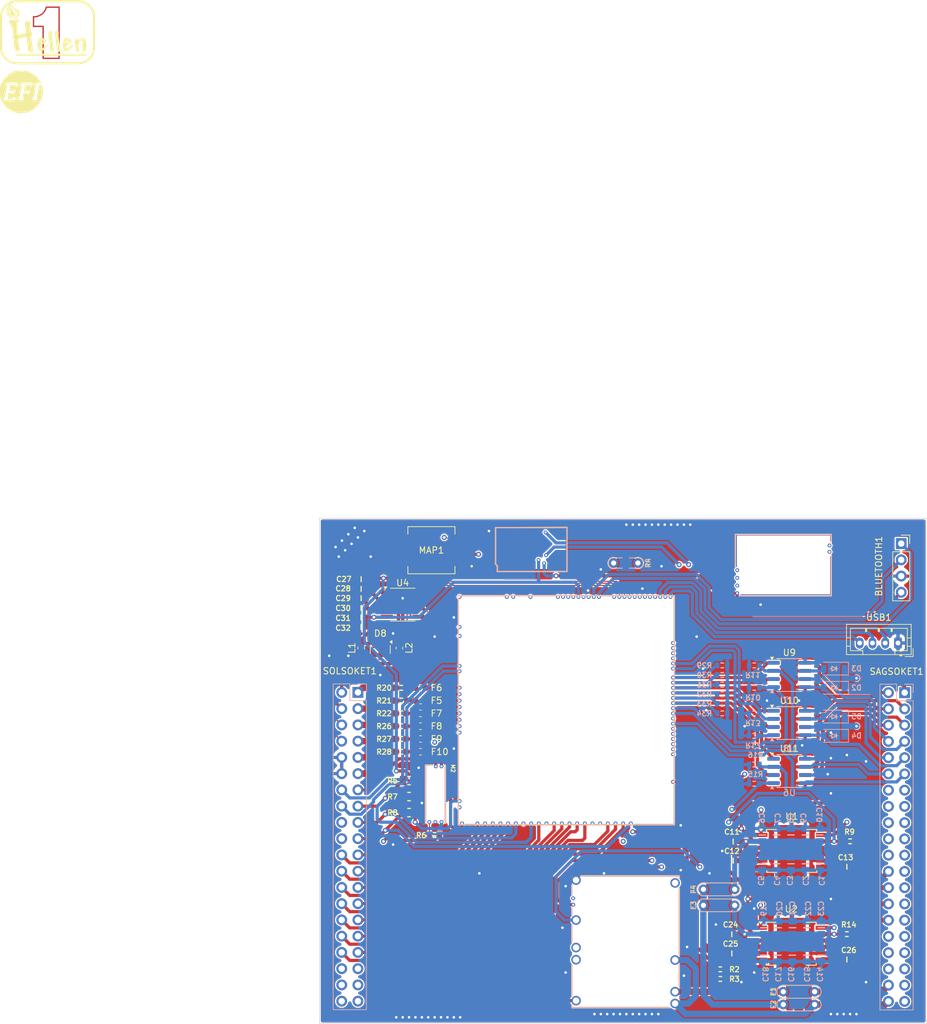
<source format=kicad_pcb>
(kicad_pcb (version 20240108) (generator "pcbnew") (generator_version "8.0")
  (title_block (title "UAEFI") (date "2024-08-15") (rev "D"))
  (layers (0 "F.Cu" signal) (1 "In1.Cu" signal) (2 "In2.Cu" signal) (31 "B.Cu" signal) (34 "B.Paste" user) (35 "F.Paste" user) (36 "B.SilkS" user "B.Silkscreen") (37 "F.SilkS" user "F.Silkscreen") (38 "B.Mask" user) (39 "F.Mask" user) (44 "Edge.Cuts" user))
  (net 0 "")
  (net 1 "GND")
  (net 2 "/DC Driver 1/PWR")
  (net 3 "/OUT_DC1-")
  (net 4 "/OUT_DC1+")
  (net 5 "/DC Driver 2/PWR")
  (net 6 "/OUT_DC2-")
  (net 7 "/OUT_DC2+")
  (net 8 "+5VA")
  (net 9 "Net-(U4-T-)")
  (net 10 "Net-(U4-T+)")
  (net 11 "+3.3VA")
  (net 12 "/VBAT")
  (net 13 "+12V_RAW")
  (net 14 "/OUT_LS1")
  (net 15 "/OUT_LS2")
  (net 16 "/OUT_LS3")
  (net 17 "/OUT_LS4")
  (net 20 "/IN_VIGN")
  (net 21 "+12V")
  (net 22 "+5VP")
  (net 23 "/IN_PPS2")
  (net 24 "/IN_PPS1")
  (net 25 "/IN_CLT")
  (net 26 "/IN_IAT")
  (net 27 "GNDA")
  (net 28 "/IN_TPS1")
  (net 29 "/IN_TPS2")
  (net 30 "/IN_AUX3")
  (net 31 "/IN_AUX2")
  (net 32 "/IN_AUX1")
  (net 33 "/IN_BUTTON2")
  (net 34 "/IN_BUTTON1")
  (net 35 "/IN_HALL3")
  (net 36 "/IN_HALL2")
  (net 37 "/IN_HALL1")
  (net 38 "/IN_MAP")
  (net 39 "/EGT+")
  (net 40 "/IN_BUTTON3")
  (net 41 "/IN_KNOCK_RAW")
  (net 42 "/IN_FLEX")
  (net 43 "/VR_MAX9924+")
  (net 44 "/EGT-")
  (net 45 "/OUT_IGN6")
  (net 46 "/OUT_IGN5")
  (net 47 "/OUT_IGN4")
  (net 48 "/OUT_IGN3")
  (net 49 "/OUT_IGN2")
  (net 50 "/OUT_IGN1")
  (net 51 "/OUT_INJ6")
  (net 52 "/OUT_INJ5")
  (net 53 "/OUT_INJ4")
  (net 54 "/OUT_INJ3")
  (net 55 "/OUT_INJ2")
  (net 56 "/OUT_INJ1")
  (net 60 "/VBUS")
  (net 61 "/USB-")
  (net 62 "/USB+")
  (net 65 "/MCU-CAN2TX")
  (net 66 "/MCU-CAN2RX")
  (net 67 "/CAN2+")
  (net 69 "/VIGN")
  (net 70 "+5V")
  (net 71 "/PWR_EN")
  (net 72 "Net-(M1-PG_5VP)")
  (net 73 "/IN_KNOCK")
  (net 74 "/VR_MAX9924-")
  (net 77 "/CAN2-")
  (net 78 "/CAN1+")
  (net 79 "/DC2_DIS")
  (net 80 "/DC2_DIR")
  (net 81 "/DC1_DIS")
  (net 82 "/LS2")
  (net 83 "/LS1")
  (net 84 "/INJ6")
  (net 85 "/INJ5")
  (net 86 "/INJ4")
  (net 87 "/INJ3")
  (net 88 "/INJ2")
  (net 89 "/INJ1")
  (net 90 "/LS3")
  (net 91 "/LS4")
  (net 92 "/DC1_PWM")
  (net 93 "/DC1_DIR")
  (net 94 "/DC2_PWM")
  (net 99 "/CAN1-")
  (net 100 "/EGT/SPI_CS")
  (net 101 "/EGT/SPI_SCK")
  (net 102 "/EGT/SPI_SO")
  (net 106 "+3.3V")
  (net 107 "/IN_VMAIN")
  (net 108 "/INTERNAL_MAP")
  (net 109 "/ADC3")
  (net 110 "/IGN6")
  (net 111 "/IGN5")
  (net 112 "/IGN4")
  (net 113 "/IGN3")
  (net 114 "/IGN2")
  (net 115 "/IGN1")
  (net 134 "/VREF1")
  (net 136 "/PG_5VP")
  (net 137 "Net-(F5-Pad1)")
  (net 138 "Net-(F6-Pad1)")
  (net 139 "Net-(F7-Pad1)")
  (net 140 "Net-(F8-Pad1)")
  (net 141 "Net-(F9-Pad1)")
  (net 142 "Net-(F10-Pad1)")
  (net 143 "/12V_KEY")
  (net 154 "/OUT_LS_HOT1")
  (net 155 "/OUT_LS_HOT2")
  (net 156 "/LS_HOT2")
  (net 157 "/LS_HOT1")
  (net 159 "/VR_MAX9924")
  (net 160 "/BT_TX")
  (net 161 "/BT_RX")
  (footprint "hellen-one-common:C0603" (layer "F.Cu") (at 56.5 92)
    (property "Reference" "C28")
    (property "Value" "10n" (hide yes))
  )
  (footprint "hellen-one-common:LOGO" (layer "F.Cu") (at 7.746859 5.121002)
    (property "Reference" "G2" (hide yes))
    (property "Value" "LOGO" (hide yes))
  )
  (footprint "hellen-one-power_12and5V-0.2:power_12and5V" (layer "F.Cu") (at 106.375001 136.799997 180)
    (property "Reference" "M1" (hide yes))
    (property "Value" "Module-power_12and5V-0.2" (hide yes))
  )
  (footprint "Fuse:Fuse_0603_1608Metric" (layer "F.Cu") (at 65.7875 107.5)
    (property "Reference" "F6")
    (property "Value" "50mA" (hide yes))
  )
  (footprint "Connector_PinSocket_2.54mm:PinSocket_1x04_P2.54mm_Vertical" (layer "F.Cu") (at 141 84.96)
    (property "Reference" "BLUETOOTH1")
    (property "Value" "Conn_01x04_Pin" (hide yes))
  )
  (footprint "Inductor_SMD:L_0603_1608Metric" (layer "F.Cu") (at 56.5 101.2875 90)
    (property "Reference" "L1")
    (property "Value" "470R@100MHz" (hide yes))
  )
  (footprint "hellen-one-common:R0603" (layer "F.Cu") (at 133 131.5)
    (property "Reference" "R9")
    (property "Value" "4.7k" (hide yes))
  )
  (footprint "Connector_JST:JST_PH_B4B-PH-K_1x04_P2.00mm_Vertical" (layer "F.Cu") (at 140.5 100.5 180)
    (property "Reference" "USB1")
    (property "Value" "Conn_01x04_Pin" (hide yes))
  )
  (footprint "Package_SO:Infineon_PG-DSO-12-11" (layer "F.Cu") (at 123.875 133)
    (property "Reference" "U1")
    (property "Value" "TLE9201SG" (hide yes))
  )
  (footprint "hellen-one-common:C0603" (layer "F.Cu") (at 56.5 96.47)
    (property "Reference" "C31")
    (property "Value" "100n" (hide yes))
  )
  (footprint "hellen-one-common:R0805" (layer "F.Cu") (at 64 127.005856)
    (property "Reference" "R8")
    (property "Value" "10k" (hide yes))
  )
  (footprint "hellen-one-common:C0603" (layer "F.Cu") (at 56.5 93.47)
    (property "Reference" "C29")
    (property "Value" "100n" (hide yes))
  )
  (footprint "hellen-one-common:C0603" (layer "F.Cu") (at 56.5 94.97)
    (property "Reference" "C30")
    (property "Value" "10n" (hide yes))
  )
  (footprint "kicad6-libraries:rusefi_logo" (layer "F.Cu") (at 3.34645 14.39391)
    (property "Reference" "G1" (hide yes))
    (property "Value" "RUSEFI_LOGO" (hide yes))
  )
  (footprint "hellen-one-common:R0805" (layer "F.Cu") (at 64 124.502928)
    (property "Reference" "R7")
    (property "Value" "10k" (hide yes))
  )
  (footprint "hellen-one-knock-0.2:knock" (layer "F.Cu") (at 66.474999 119.475 -90)
    (property "Reference" "M2")
    (property "Value" "Module-knock-0.2" (hide yes))
  )
  (footprint "Package_SO:Infineon_PG-DSO-12-11" (layer "F.Cu") (at 123.8 147.5)
    (property "Reference" "U2")
    (property "Value" "TLE9201SG" (hide yes))
  )
  (footprint "hellen-one-common:R0603" (layer "F.Cu") (at 62.7875 109.5)
    (property "Reference" "R21")
    (property "Value" "0" (hide yes))
  )
  (footprint "hellen-one-common:C0603" (layer "F.Cu") (at 132.5 135.5 180)
    (property "Reference" "C13")
    (property "Value" "10n" (hide yes))
  )
  (footprint "hellen-one-common:C0603" (layer "F.Cu") (at 56.5 90.5)
    (property "Reference" "C27")
    (property "Value" "100n" (hide yes))
  )
  (footprint "hellen-one-common:C0603" (layer "F.Cu") (at 114.5 149)
    (property "Reference" "C25")
    (property "Value" "10n" (hide yes))
  )
  (footprint "hellen-one-common:PAD-1206-PAD" (layer "F.Cu") (at 125 155 180)
    (property "Reference" "F1")
    (property "Value" "12H1500D" (hide yes))
  )
  (footprint "Package_SO:SOIC-8_3.9x4.9mm_P1.27mm" (layer "F.Cu") (at 63 94.5)
    (property "Reference" "U4")
    (property "Value" "MAX31855KASA" (hide yes))
  )
  (footprint "Package_TO_SOT_SMD:SOT-23" (layer "F.Cu") (at 59.5 101.5 -90)
    (property "Reference" "D8")
    (property "Value" "NUP2105L" (hide yes))
  )
  (footprint "Package_SO:SOIC-8_3.9x4.9mm_P1.27mm" (layer "F.Cu") (at 123.5 105.5)
    (property "Reference" "U9")
    (property "Value" "VNLD5160TR-E" (hide yes))
  )
  (footprint "Inductor_SMD:L_0603_1608Metric" (layer "F.Cu") (at 62.5 101.2875 90)
    (property "Reference" "L2")
    (property "Value" "470R@100MHz" (hide yes))
  )
  (footprint "Package_SO:SOIC-8_3.9x4.9mm_P1.27mm" (layer "F.Cu") (at 123.5 113)
    (property "Reference" "U10")
    (property "Value" "VNLD5160TR-E" (hide yes))
  )
  (footprint "hellen-one-can-0.1:can" (layer "F.Cu") (at 77.437502 89.418337)
    (property "Reference" "CAN1" (hide yes))
    (property "Value" "Module-can-0.1" (hide yes))
  )
  (footprint "hellen-one-mega-mcu100-0.3:mega-mcu100" (layer "F.Cu") (at 71.59999 129.00001)
    (property "Reference" "MCU1" (hide yes))
    (property "Value" "Module:mega-mcu100/0.3" (hide yes))
  )
  (footprint "Fuse:Fuse_0603_1608Metric" (layer "F.Cu") (at 65.7875 111.5)
    (property "Reference" "F7")
    (property "Value" "50mA" (hide yes))
  )
  (footprint "hellen-one-common:PAD-0805-PAD" (layer "F.Cu") (at 97.905 88 180)
    (property "Reference" "R4")
    (property "Value" "Jumper-Pad-Pad" (hide yes))
  )
  (footprint "hellen-one-common:R0603" (layer "F.Cu") (at 112.7 151.5)
    (property "Reference" "R2")
    (property "Value" "33k" (hide yes))
  )
  (footprint "hellen-one-common:C0603" (layer "F.Cu") (at 132.5 150 180)
    (property "Reference" "C26")
    (property "Value" "10n" (hide yes))
  )
  (footprint "hellen-one-common:R0603" (layer "F.Cu") (at 68 130.5)
    (property "Reference" "R6")
    (property "Value" "0" (hide yes))
  )
  (footprint "hellen-one-common:R0603" (layer "F.Cu") (at 62.7875 107.5)
    (property "Reference" "R20")
    (property "Value" "0" (hide yes))
  )
  (footprint "hellen-one-common:R0603" (layer "F.Cu") (at 62.7875 113.5)
    (property "Reference" "R26")
    (property "Value" "0" (hide yes))
  )
  (footprint "hellen-one-common:R0603" (layer "F.Cu") (at 62.7875 117.5)
    (property "Reference" "R28")
    (property "Value" "0" (hide yes))
  )
  (footprint "hellen-one-common:C0603" (layer "F.Cu") (at 114.709999 131.5)
    (property "Reference" "C11")
    (property "Value" "100n" (hide yes))
  )
  (footprint "hellen-one-common:R0603" (layer "F.Cu") (at 62.7875 111.5)
    (property "Reference" "R22")
    (property "Value" "0" (hide yes))
  )
  (footprint "Fuse:Fuse_0603_1608Metric" (layer "F.Cu") (at 65.7875 113.5)
    (property "Reference" "F8")
    (property "Value" "50mA" (hide yes))
  )
  (footprint "hellen-one-common:C0603" (layer "F.Cu") (at 56.5 97.97)
    (property "Reference" "C32")
    (property "Value" "1u" (hide yes))
  )
  (footprint "hellen-one-common:MPXH6400A-SSOP8" (layer "F.Cu") (at 67.5 86 180)
    (property "Reference" "MAP1")
    (property "Value" "MPXH6400A" (hide yes))
  )
  (footprint "hellen-one-common:C0603" (layer "F.Cu") (at 114.709999 134.5)
    (property "Reference" "C12")
    (property "Value" "10n" (hide yes))
  )
  (footprint "hellen-one-common:R0603" (layer "F.Cu") (at 112.7 153 180)
    (property "Reference" "R3")
    (property "Value" "6.8k" (hide yes))
  )
  (footprint "hellen-one-common:PAD-1206-PAD" (layer "F.Cu") (at 112.5 139)
    (property "Reference" "F4")
    (property "Value" "12H1500D" (hide yes))
  )
  (footprint "Fuse:Fuse_0603_1608Metric" (layer "F.Cu") (at 65.7875 115.5)
    (property "Reference" "F9")
    (property "Value" "50mA" (hide yes))
  )
  (footprint "Fuse:Fuse_0603_1608Metric" (layer "F.Cu") (at 65.7875 117.5)
    (property "Reference" "F10")
    (property "Value" "50mA" (hide yes))
  )
  (footprint "hellen-one-common:PAD-1206-PAD" (layer "F.Cu") (at 125 157)
    (property "Reference" "F2")
    (property "Value" "12H1500D" (hide yes))
  )
  (footprint "hellen-one-common:PAD-1206-PAD" (layer "F.Cu") (at 112.5 141.5)
    (property "Reference" "F3")
    (property "Value" "12H1500D" (hide yes))
  )
  (footprint "Package_SO:SOIC-8_3.9x4.9mm_P1.27mm" (layer "F.Cu") (at 123.5 120.5)
    (property "Reference" "U11")
    (property "Value" "VNLD5160TR-E" (hide yes))
  )
  (footprint "Fuse:Fuse_0603_1608Metric" (layer "F.Cu") (at 65.7875 109.5)
    (property "Reference" "F5")
    (property "Value" "50mA" (hide yes))
  )
  (footprint "hellen-one-common:R0603" (layer "F.Cu") (at 62.7875 115.5)
    (property "Reference" "R27")
    (property "Value" "0" (hide yes))
  )
  (footprint "hellen-one-common:R0603" (layer "F.Cu") (at 132.5 146)
    (property "Reference" "R14")
    (property "Value" "4.7k" (hide yes))
  )
  (footprint "hellen-one-common:C0603" (layer "F.Cu") (at 114.5 146)
    (property "Reference" "C24")
    (property "Value" "100n" (hide yes))
  )
  (footprint "hellen-one-common:R0805" (layer "F.Cu") (at 64 122)
    (property "Reference" "R5")
    (property "Value" "10k" (hide yes))
  )
  (footprint "hellen-one-vr-max9924-0.1:vr-max9924" (layer "F.Cu") (at 130.15 83.4175 180)
    (property "Reference" "M4" (hide yes))
    (property "Value" "Module-vr-max9924-0.1" (hide yes))
  )
  (footprint "hellen-one-common:R0603" (layer "B.Cu") (at 118 115)
    (property "Reference" "R12")
    (property "Value" "4.7k" (hide yes))
  )
  (footprint "hellen-one-common:C0805" (layer "B.Cu") (at 128.459999 149.290001 90)
    (property "Reference" "C14")
    (property "Value" "10u" (hide yes))
  )
  (footprint "hellen-one-common:C0805" (layer "B.Cu") (at 124 145 -90)
    (property "Reference" "C21")
    (property "Value" "10u" (hide yes))
  )
  (footprint "hellen-one-common:R0603" (layer "B.Cu") (at 113 110 180)
    (property "Reference" "R33")
    (property "Value" "4.7k" (hide yes))
  )
  (footprint "hellen-one-common:R0603" (layer "B.Cu") (at 118 107.5)
    (property "Reference" "R10")
    (property "Value" "4.7k" (hide yes))
  )
  (footprint "hellen-one-common:C0805" (layer "B.Cu") (at 126.25 145 -90)
    (property "Reference" "C22")
    (property "Value" "10u" (hide yes))
  )
  (footprint "hellen-one-common:C0805" (layer "B.Cu") (at 119.25 130.5 -90)
    (property "Reference" "C6")
    (property "Value" "10u" (hide yes))
  )
  (footprint "hellen-one-common:C0805" (layer "B.Cu") (at 126.209999 149.290001 90)
    (property "Reference" "C15")
    (property "Value" "10u" (hide yes))
  )
  (footprint "hellen-one-common:C0805" (layer "B.Cu") (at 121.75 145 -90)
    (property "Reference" "C20")
    (property "Value" "10u" (hide yes))
  )
  (footprint "hellen-one-common:C0805" (layer "B.Cu") (at 128.5 145 -90)
    (property "Reference" "C23")
    (property "Value" "10u" (hide yes))
  )
  (footprint "Package_SO:SOIC-8_3.9x4.9mm_P1.27mm" (layer "B.Cu") (at 123.5 120.5)
    (property "Reference" "U6")
    (property "Value" "VNLD5160TR-E" (hide yes))
  )
  (footprint "hellen-one-common:R0603" (layer "B.Cu") (at 113 104 180)
    (property "Reference" "R29")
    (property "Value" "4.7k" (hide yes))
  )
  (footprint "hellen-one-common:SOD-123" (layer "B.Cu") (at 130.5 112 180)
    (property "Reference" "D5")
    (property "Value" "B5819W" (hide yes))
  )
  (footprint "hellen-one-common:C0805" (layer "B.Cu") (at 121.5 135 90)
    (property "Reference" "C4")
    (property "Value" "10u" (hide yes))
  )
  (footprint "hellen-one-common:C0805" (layer "B.Cu") (at 119.459999 149.290001 90)
    (property "Reference" "C18")
    (property "Value" "10u" (hide yes))
  )
  (footprint "hellen-one-common:R0603" (layer "B.Cu") (at 113 107 180)
    (property "Reference" "R31")
    (property "Value" "4.7k" (hide yes))
  )
  (footprint "hellen-one-common:SOD-123" (layer "B.Cu") (at 130.5 115 180)
    (property "Reference" "D4")
    (property "Value" "B5819W" (hide yes))
  )
  (footprint "hellen-one-common:C0805" (layer "B.Cu") (at 123.75 130.5 -90)
    (property "Reference" "C8")
    (property "Value" "10u" (hide yes))
  )
  (footprint "Connector_PinHeader_2.54mm:PinHeader_2x20_P2.54mm_Vertical" (layer "B.Cu") (at 141.54 108.26 180)
    (property "Reference" "SAGSOKET1")
    (property "Value" "Conn_02x20_Counter_Clockwise" (hide yes))
  )
  (footprint "Package_SO:SOIC-8_3.9x4.9mm_P1.27mm" (layer "B.Cu") (at 123.5 105.5)
    (property "Reference" "U7")
    (property "Value" "VNLD5160TR-E" (hide yes))
  )
  (footprint "hellen-one-common:C0805" (layer "B.Cu") (at 126 130.5 -90)
    (property "Reference" "C9")
    (property "Value" "10u" (hide yes))
  )
  (footprint "hellen-one-common:R0603" (layer "B.Cu") (at 113 105.5 180)
    (property "Reference" "R30")
    (property "Value" "4.7k" (hide yes))
  )
  (footprint "hellen-one-common:R0603" (layer "B.Cu") (at 118 122.5 180)
    (property "Reference" "R15")
    (property "Value" "4.7k" (hide yes))
  )
  (footprint "hellen-one-common:R0603" (layer "B.Cu") (at 118 104)
    (property "Reference" "R11")
    (property "Value" "4.7k" (hide yes))
  )
  (footprint "hellen-one-common:C0805" (layer "B.Cu") (at 121.5 130.5 -90)
    (property "Reference" "C7")
    (property "Value" "10u" (hide yes))
  )
  (footprint "hellen-one-common:R0603" (layer "B.Cu") (at 113 111.5 180)
    (property "Reference" "R34")
    (property "Value" "4.7k" (hide yes))
  )
  (footprint "hellen-one-common:C0805" (layer "B.Cu") (at 119.25 135 90)
    (property "Reference" "C5")
    (property "Value" "10u" (hide yes))
  )
  (footprint "hellen-one-common:R0603" (layer "B.Cu") (at 118 119.5 180)
    (property "Reference" "R16")
    (property "Value" "4.7k" (hide yes))
  )
  (footprint "hellen-one-common:R0603" (layer "B.Cu") (at 113 108.5 180)
    (property "Reference" "R32")
    (property "Value" "4.7k" (hide yes))
  )
  (footprint "hellen-one-common:C0805" (layer "B.Cu") (at 121.709999 149.290001 90)
    (property "Reference" "C17")
    (property "Value" "10u" (hide yes))
  )
  (footprint "hellen-one-common:SOD-123" (layer "B.Cu") (at 130.5 107.5 180)
    (property "Reference" "D2")
    (property "Value" "B5819W" (hide yes))
  )
  (footprint "hellen-one-common:C0805" (layer "B.Cu") (at 126 135 90)
    (property "Reference" "C2")
    (property "Value" "10u" (hide yes))
  )
  (footprint "hellen-one-common:C0805" (layer "B.Cu") (at 128.25 130.5 -90)
    (property "Reference" "C10")
    (property "Value" "10u" (hide yes))
  )
  (footprint "Package_SO:SOIC-8_3.9x4.9mm_P1.27mm" (layer "B.Cu") (at 123.5 113)
    (property "Reference" "U8")
    (property "Value" "VNLD5160TR-E" (hide yes))
  )
  (footprint "hellen-one-common:C0805" (layer "B.Cu") (at 119.5 145 -90)
    (property "Reference" "C19")
    (property "Value" "10u" (hide yes))
  )
  (footprint "hellen-one-common:C0805" (layer "B.Cu") (at 123.959999 149.290001 90)
    (property "Reference" "C16")
    (property "Value" "10u" (hide yes))
  )
  (footprint "hellen-one-common:SOD-123" (layer "B.Cu") (at 130.5 104.5 180)
    (property "Reference" "D3")
    (property "Value" "B5819W" (hide yes))
  )
  (footprint "hellen-one-common:C0805" (layer "B.Cu") (at 123.75 135 90)
    (property "Reference" "C3")
    (property "Value" "10u" (hide yes))
  )
  (footprint "Connector_PinHeader_2.54mm:PinHeader_2x20_P2.54mm_Vertical" (layer "B.Cu") (at 56 108.22 180)
    (property "Reference" "SOLSOKET1")
    (property "Value" "Conn_02x20_Counter_Clockwise" (hide yes))
  )
  (footprint "hellen-one-common:R0603" (layer "B.Cu") (at 118 111.5)
    (property "Reference" "R13")
    (property "Value" "4.7k" (hide yes))
  )
  (footprint "hellen-one-common:C0805" (layer "B.Cu") (at 128.25 135 90)
    (property "Reference" "C1")
    (property "Value" "10u" (hide yes))
  )
  (gr_line (start 145 81) (end 145 160) (stroke (width 0.1)) (layer "Edge.Cuts"))
  (gr_line (start 50 81) (end 50 160) (stroke (width 0.1)) (layer "Edge.Cuts"))
  (gr_line (start 145 160) (end 50 160) (stroke (width 0.1)) (layer "Edge.Cuts"))
  (gr_line (start 50 81) (end 145 81) (stroke (width 0.1)) (layer "Edge.Cuts"))
  (segment (start 128.675 132.5) (end 128.675 133.5) (width 0.5) (layer "F.Cu") (net 1))
  (segment (start 128.6 148) (end 128.6 147) (width 0.5) (layer "F.Cu") (net 1))
  (segment (start 128.675 133.5) (end 128.675 134.5) (width 0.5) (layer "F.Cu") (net 1))
  (segment (start 128.6 149) (end 128.6 148) (width 0.5) (layer "F.Cu") (net 1))
  (via (at 109 99.5) (size 0.8) (drill 0.4) (layers "F.Cu" "B.Cu") (net 1))
  (via (at 70 159) (size 0.8) (drill 0.4) (layers "F.Cu" "B.Cu") (net 1))
  (via (at 107 152.5) (size 0.8) (drill 0.4) (layers "F.Cu" "B.Cu") (net 1))
  (via (at 118 142) (size 0.8) (drill 0.4) (layers "F.Cu" "B.Cu") (net 1))
  (via (at 133 158.5) (size 0.8) (drill 0.4) (layers "F.Cu" "B.Cu") (net 1))
  (via (at 93 158.5) (size 0.8) (drill 0.4) (layers "F.Cu" "B.Cu") (net 1))
  (via (at 130 118.5) (size 0.8) (drill 0.4) (layers "F.Cu" "B.Cu") (net 1))
  (via (at 61.5 132) (size 0.8) (drill 0.4) (layers "F.Cu" "B.Cu") (net 1))
  (via (at 135.5 119) (size 0.8) (drill 0.4) (layers "F.Cu" "B.Cu") (net 1))
  (via (at 88 145) (size 0.8) (drill 0.4) (layers "F.Cu" "B.Cu") (net 1))
  (via (at 68 99.5) (size 0.8) (drill 0.4) (layers "F.Cu" "B.Cu") (net 1))
  (via (at 100 158.5) (size 0.8) (drill 0.4) (layers "F.Cu" "B.Cu") (net 1))
  (via (at 129.5 121) (size 0.8) (drill 0.4) (layers "F.Cu" "B.Cu") (net 1))
  (via (at 132 158.5) (size 0.8) (drill 0.4) (layers "F.Cu" "B.Cu") (net 1))
  (via (at 75 136.5) (size 0.8) (drill 0.4) (layers "F.Cu" "B.Cu") (net 1))
  (via (at 101 158.5) (size 0.8) (drill 0.4) (layers "F.Cu" "B.Cu") (net 1))
  (via (at 98 82) (size 0.8) (drill 0.4) (layers "F.Cu" "B.Cu") (net 1))
  (via (at 120 109.5) (size 0.8) (drill 0.4) (layers "F.Cu" "B.Cu") (net 1))
  (via (at 67 159) (size 0.8) (drill 0.4) (layers "F.Cu" "B.Cu") (net 1))
  (via (at 94 89) (size 0.8) (drill 0.4) (layers "F.Cu" "B.Cu") (net 1))
  (via (at 52.5 85.5) (size 0.8) (drill 0.4) (layers "F.Cu" "B.Cu") (net 1))
  (via (at 100 82) (size 0.8) (drill 0.4) (layers "F.Cu" "B.Cu") (net 1))
  (via (at 116.5 113.5) (size 0.8) (drill 0.4) (layers "F.Cu" "B.Cu") (net 1))
  (via (at 130 158.5) (size 0.8) (drill 0.4) (layers "F.Cu" "B.Cu") (net 1))
  (via (at 54 86) (size 0.8) (drill 0.4) (layers "F.Cu" "B.Cu") (net 1))
  (via (at 112 144.5) (size 0.8) (drill 0.4) (layers "F.Cu" "B.Cu") (net 1))
  (via (at 55 85) (size 0.8) (drill 0.4) (layers "F.Cu" "B.Cu") (net 1))
  (via (at 113 133) (size 0.8) (drill 0.4) (layers "F.Cu" "B.Cu") (net 1))
  (via (at 132.5 118) (size 0.8) (drill 0.4) (layers "F.Cu" "B.Cu") (net 1))
  (via (at 110.5 111) (size 0.8) (drill 0.4) (layers "F.Cu" "B.Cu") (net 1))
  (via (at 107.5 148) (size 0.8) (drill 0.4) (layers "F.Cu" "B.Cu") (net 1))
  (via (at 130 114.5) (size 0.8) (drill 0.4) (layers "F.Cu" "B.Cu") (net 1))
  (via (at 54.5 83.5) (size 0.8) (drill 0.4) (layers "F.Cu" "B.Cu") (net 1))
  (via (at 53 87) (size 0.8) (drill 0.4) (layers "F.Cu" "B.Cu") (net 1))
  (via (at 119 94.5) (size 0.8) (drill 0.4) (layers "F.Cu" "B.Cu") (net 1))
  (via (at 54.5 102.5) (size 0.8) (drill 0.4) (layers "F.Cu" "B.Cu") (net 1))
  (via (at 62 159) (size 0.8) (drill 0.4) (layers "F.Cu" "B.Cu") (net 1))
  (via (at 98 158.5) (size 0.8) (drill 0.4) (layers "F.Cu" "B.Cu") (net 1))
  (via (at 76.5 83) (size 0.8) (drill 0.4) (layers "F.Cu" "B.Cu") (net 1))
  (via (at 51.5 102.5) (size 0.8) (drill 0.4) (layers "F.Cu" "B.Cu") (net 1))
  (via (at 106 82) (size 0.8) (drill 0.4) (layers "F.Cu" "B.Cu") (net 1))
  (via (at 131 158.5) (size 0.8) (drill 0.4) (layers "F.Cu" "B.Cu") (net 1))
  (via (at 88.5 138.5) (size 0.8) (drill 0.4) (layers "F.Cu" "B.Cu") (net 1))
  (via (at 53.5 84.5) (size 0.8) (drill 0.4) (layers "F.Cu" "B.Cu") (net 1))
  (via (at 61.5 99) (size 0.8) (drill 0.4) (layers "F.Cu" "B.Cu") (net 1))
  (via (at 102 82) (size 0.8) (drill 0.4) (layers "F.Cu" "B.Cu") (net 1))
  (via (at 71 96.5) (size 0.8) (drill 0.4) (layers "F.Cu" "B.Cu") (net 1))
  (via (at 99 158.5) (size 0.8) (drill 0.4) (layers "F.Cu" "B.Cu") (net 1))
  (via (at 103 82) (size 0.8) (drill 0.4) (layers "F.Cu" "B.Cu") (net 1))
  (via (at 92 92.3) (size 0.8) (drill 0.4) (layers "F.Cu" "B.Cu") (net 1))
  (via (at 71 117) (size 0.8) (drill 0.4) (layers "F.Cu" "B.Cu") (net 1))
  (via (at 108 82) (size 0.8) (drill 0.4) (layers "F.Cu" "B.Cu") (net 1))
  (via (at 94 158.5) (size 0.8) (drill 0.4) (layers "F.Cu" "B.Cu") (net 1))
  (via (at 65.5 120) (size 0.8) (drill 0.4) (layers "F.Cu" "B.Cu") (net 1))
  (via (at 110 104.5) (size 0.8) (drill 0.4) (layers "F.Cu" "B.Cu") (net 1))
  (via (at 134 158.5) (size 0.8) (drill 0.4) (layers "F.Cu" "B.Cu") (net 1))
  (via (at 130 124) (size 0.8) (drill 0.4) (layers "F.Cu" "B.Cu") (net 1))
  (via (at 125.5 116.5) (size 0.8) (drill 0.4) (layers "F.Cu" "B.Cu") (net 1))
  (via (at 66 159) (size 0.8) (drill 0.4) (layers "F.Cu" "B.Cu") (net 1))
  (via (at 71 159) (size 0.8) (drill 0.4) (layers "F.Cu" "B.Cu") (net 1))
  (via (at 111 136.5) (size 0.8) (drill 0.4) (layers "F.Cu" "B.Cu") (net 1))
  (via (at 99 82) (size 0.8) (drill 0.4) (layers "F.Cu" "B.Cu") (net 1))
  (via (at 106.5 129) (size 0.8) (drill 0.4) (layers "F.Cu" "B.Cu") (net 1))
  (via (at 55.5 82.5) (size 0.8) (drill 0.4) (layers "F.Cu" "B.Cu") (net 1))
  (via (at 104 82) (size 0.8) (drill 0.4) (layers "F.Cu" "B.Cu") (net 1))
  (via (at 125 109.5) (size 0.8) (drill 0.4) (layers "F.Cu" "B.Cu") (net 1))
  (via (at 103.5 88.5) (size 0.8) (drill 0.4) (layers "F.Cu" "B.Cu") (net 1))
  (via (at 56 84) (size 0.8) (drill 0.4) (layers "F.Cu" "B.Cu") (net 1))
  (via (at 103 158.5) (size 0.8) (drill 0.4) (layers "F.Cu" "B.Cu") (net 1))
  (via (at 105 82) (size 0.8) (drill 0.4) (layers "F.Cu" "B.Cu") (net 1))
  (via (at 94.5 136.5) (size 0.8) (drill 0.4) (layers "F.Cu" "B.Cu") (net 1))
  (via (at 69 159) (size 0.8) (drill 0.4) (layers "F.Cu" "B.Cu") (net 1))
  (via (at 72 159) (size 0.8) (drill 0.4) (layers "F.Cu" "B.Cu") (net 1))
  (via (at 116 153.5) (size 0.8) (drill 0.4) (layers "F.Cu" "B.Cu") (net 1))
  (via (at 102 158.5) (size 0.8) (drill 0.4) (layers "F.Cu" "B.Cu") (net 1))
  (via (at 64 159) (size 0.8) (drill 0.4) (layers "F.Cu" "B.Cu") (net 1))
  (via (at 65 159) (size 0.8) (drill 0.4) (layers "F.Cu" "B.Cu") (net 1))
  (via (at 97 158.5) (size 0.8) (drill 0.4) (layers "F.Cu" "B.Cu") (net 1))
  (via (at 106.5 136) (size 0.8) (drill 0.4) (layers "F.Cu" "B.Cu") (net 1))
  (via (at 63 159) (size 0.8) (drill 0.4) (layers "F.Cu" "B.Cu") (net 1))
  (via (at 130 140.5) (size 0.8) (drill 0.4) (layers "F.Cu" "B.Cu") (net 1))
  (via (at 66 125.5) (size 0.8) (drill 0.4) (layers "F.Cu" "B.Cu") (net 1))
  (via (at 107 82) (size 0.8) (drill 0.4) (layers "F.Cu" "B.Cu") (net 1))
  (via (at 58 87) (size 0.8) (drill 0.4) (layers "F.Cu" "B.Cu") (net 1))
  (via (at 95 158.5) (size 0.8) (drill 0.4) (layers "F.Cu" "B.Cu") (net 1))
  (via (at 57 83) (size 0.8) (drill 0.4) (layers "F.Cu" "B.Cu") (net 1))
  (via (at 96 158.5) (size 0.8) (drill 0.4) (layers "F.Cu" "B.Cu") (net 1))
  (via (at 63 93.5) (size 0.8) (drill 0.4) (layers "F.Cu" "B.Cu") (net 1))
  (via (at 59.5 105.5) (size 0.8) (drill 0.4) (layers "F.Cu" "B.Cu") (net 1))
  (via (at 88.5 152) (size 0.8) (drill 0.4) (layers "F.Cu" "B.Cu") (net 1))
  (via (at 100.5 92) (size 0.8) (drill 0.4) (layers "F.Cu" "B.Cu") (net 1))
  (via (at 135.5 153.5) (size 0.8) (drill 0.4) (layers "F.Cu" "B.Cu") (net 1))
  (via (at 68 159) (size 0.8) (drill 0.4) (layers "F.Cu" "B.Cu") (net 1))
  (via (at 118 152) (size 0.8) (drill 0.4) (layers "F.Cu" "B.Cu") (net 1))
  (via (at 101 82) (size 0.8) (drill 0.4) (layers "F.Cu" "B.Cu") (net 1))
  (segment (start 128.709999 144.209999) (end 128.5 144) (width 0.15) (layer "B.Cu") (net 1))
  (segment (start 128.459999 129.709999) (end 128.25 129.5) (width 0.15) (layer "B.Cu") (net 1))
  (segment (start 116.709999 132.934999) (end 116.709999 131.5) (width 0.8) (layer "F.Cu") (net 2))
  (segment (start 115.5 131.5) (end 116.709999 131.5) (width 0.8) (layer "F.Cu") (net 2))
  (segment (start 119.075 133.5) (end 117.275 133.5) (width 0.8) (layer "F.Cu") (net 2))
  (segment (start 117.275 133.5) (end 116.709999 132.934999) (width 0.8) (layer "F.Cu") (net 2))
  (via (at 116.709999 131.5) (size 0.8) (drill 0.4) (layers "F.Cu" "B.Cu") (net 2))
  (segment (start 119.25 131.5) (end 119.25 131.75) (width 0.8) (layer "B.Cu") (net 2))
  (segment (start 119.75 133.25) (end 121.5 131.5) (width 0.8) (layer "B.Cu") (net 2))
  (segment (start 119.75 133.75) (end 119.75 133.25) (width 0.8) (layer "B.Cu") (net 2))
  (segment (start 123.75 134) (end 123.75 131.5) (width 0.8) (layer "B.Cu") (net 2))
  (segment (start 123.75 134) (end 123.75 133.75) (width 0.8) (layer "B.Cu") (net 2))
  (segment (start 126 133.75) (end 124.375 132.125) (width 0.8) (layer "B.Cu") (net 2))
  (segment (start 123.75 134) (end 121.5 134) (width 0.8) (layer "B.Cu") (net 2))
  (segment (start 120.5 133) (end 120.5 133.5) (width 0.8) (layer "B.Cu") (net 2))
  (segment (start 127.5 134) (end 126 134) (width 0.8) (layer "B.Cu") (net 2))
  (segment (start 121.5 131.5) (end 121.5 134) (width 0.8) (layer "B.Cu") (net 2))
  (segment (start 127.75 133.25) (end 126 131.5) (width 0.8) (layer "B.Cu") (net 2))
  (segment (start 119.25 134) (end 119.25 133.75) (width 0.8) (layer "B.Cu") (net 2))
  (segment (start 119.25 131.5) (end 120.5 131.5) (width 0.8) (layer "B.Cu") (net 2))
  (segment (start 123.75 131.75) (end 121.5 134) (width 0.8) (layer "B.Cu") (net 2))
  (segment (start 126 134) (end 123.75 134) (width 0.8) (layer "B.Cu") (net 2))
  (segment (start 128.25 134) (end 127.5 134) (width 0.8) (layer "B.Cu") (net 2))
  (segment (start 124.375 132.125) (end 123.75 131.5) (width 0.8) (layer "B.Cu") (net 2))
  (segment (start 128.25 131.5) (end 128.25 131.75) (width 0.8) (layer "B.Cu") (net 2))
  (segment (start 128.25 134) (end 128.25 133.75) (width 0.8) (layer "B.Cu") (net 2))
  (segment (start 120.5 131.5) (end 120.5 132) (width 0.8) (layer "B.Cu") (net 2))
  (segment (start 126.5 131.5) (end 127.25 132.25) (width 0.8) (layer "B.Cu") (net 2))
  (segment (start 123.75 131.5) (end 126 131.5) (width 0.8) (layer "B.Cu") (net 2))
  (segment (start 126 131.5) (end 126.5 131.5) (width 0.8) (layer "B.Cu") (net 2))
  (segment (start 127.75 133.25) (end 127.75 132.25) (width 0.8) (layer "B.Cu") (net 2))
  (segment (start 123 131.5) (end 122.25 132.25) (width 0.8) (layer "B.Cu") (net 2))
  (segment (start 122.25 132.25) (end 121.5 131.5) (width 0.8) (layer "B.Cu") (net 2))
  (segment (start 127.5 134) (end 127 133.5) (width 0.8) (layer "B.Cu") (net 2))
  (segment (start 115 138.659999) (end 114.659999 139) (width 0.8) (layer "B.Cu") (net 2))
  (segment (start 128.25 131.75) (end 127.75 132.25) (width 0.8) (layer "B.Cu") (net 2))
  (segment (start 119.25 134) (end 119.25 133) (width 0.8) (layer "B.Cu") (net 2))
  (segment (start 127.25 132.75) (end 126 134) (width 0.8) (layer "B.Cu") (net 2))
  (segment (start 120.5 134) (end 120 134) (width 0.8) (layer "B.Cu") (net 2))
  (segment (start 126 131.75) (end 124.75 131.75) (width 0.8) (layer "B.Cu") (net 2))
  (segment (start 126 131.5) (end 126 134) (width 0.8) (layer "B.Cu") (net 2))
  (segment (start 128.25 131.5) (end 128.25 134) (width 0.8) (layer "B.Cu") (net 2))
  (segment (start 120.5 132) (end 120 131.5) (width 0.8) (layer "B.Cu") (net 2))
  (segment (start 120 132.5) (end 121.5 134) (width 0.8) (layer "B.Cu") (net 2))
  (segment (start 128.25 133.75) (end 127.75 133.25) (width 0.8) (layer "B.Cu") (net 2))
  (segment (start 120 131.5) (end 119.25 131.5) (width 0.8) (layer "B.Cu") (net 2))
  (segment (start 127.75 132.25) (end 127.25 132.75) (width 0.8) (layer "B.Cu") (net 2))
  (segment (start 123.75 133.75) (end 122.25 132.25) (width 0.8) (layer "B.Cu") (net 2))
  (segment (start 119.25 133) (end 119.25 131.5) (width 0.8) (layer "B.Cu") (net 2))
  (segment (start 121.5 134) (end 120.5 134) (width 0.8) (layer "B.Cu") (net 2))
  (segment (start 126 131.5) (end 128.25 131.5) (width 0.8) (layer "B.Cu") (net 2))
  (segment (start 119.25 131.75) (end 120 132.5) (width 0.8) (layer "B.Cu") (net 2))
  (segment (start 119.25 133) (end 119.5 133) (width 0.8) (layer "B.Cu") (net 2))
  (segment (start 120 134) (end 119.25 134) (width 0.8) (layer "B.Cu") (net 2))
  (segment (start 126 131.75) (end 123.75 134) (width 0.8) (layer "B.Cu") (net 2))
  (segment (start 128.25 131.5) (end 128 131.5) (width 0.8) (layer "B.Cu") (net 2))
  (segment (start 120.5 132) (end 120.5 133) (width 0.8) (layer "B.Cu") (net 2))
  (segment (start 120.5 133) (end 127 133) (width 0.8) (layer "B.Cu") (net 2))
  (segment (start 128 131.5) (end 127.25 132.25) (width 0.8) (layer "B.Cu") (net 2))
  (segment (start 123.75 131.5) (end 123.75 131.75) (width 0.8) (layer "B.Cu") (net 2))
  (segment (start 120.5 131.5) (end 121.5 131.5) (width 0.8) (layer "B.Cu") (net 2))
  (segment (start 120.5 133.5) (end 120.5 134) (width 0.8) (layer "B.Cu") (net 2))
  (segment (start 119.5 133) (end 120 132.5) (width 0.8) (layer "B.Cu") (net 2))
  (segment (start 116.709999 131.5) (end 114.95 133.259999) (width 0.8) (layer "B.Cu") (net 2))
  (segment (start 124.75 131.75) (end 124.375 132.125) (width 0.8) (layer "B.Cu") (net 2))
  (segment (start 127 133) (end 127.75 132.25) (width 0.8) (layer "B.Cu") (net 2))
  (segment (start 127 132.5) (end 127.25 132.75) (width 0.8) (layer "B.Cu") (net 2))
  (segment (start 120 134) (end 119.75 133.75) (width 0.8) (layer "B.Cu") (net 2))
  (segment (start 116.709999 131.5) (end 119.25 131.5) (width 0.8) (layer "B.Cu") (net 2))
  (segment (start 119.25 133.75) (end 119.75 133.25) (width 0.8) (layer "B.Cu") (net 2))
  (segment (start 121.5 131.5) (end 123.75 131.5) (width 0.8) (layer "B.Cu") (net 2))
  (segment (start 126 134) (end 126 133.75) (width 0.8) (layer "B.Cu") (net 2))
  (segment (start 120 132.5) (end 127 132.5) (width 0.8) (layer "B.Cu") (net 2))
  (segment (start 114.95 133.259999) (end 114.95 139) (width 0.8) (layer "B.Cu") (net 2))
  (segment (start 127 133.5) (end 120.5 133.5) (width 0.8) (layer "B.Cu") (net 2))
  (segment (start 123.75 131.5) (end 123 131.5) (width 0.8) (layer "B.Cu") (net 2))
  (segment (start 126 131.5) (end 126 131.75) (width 0.8) (layer "B.Cu") (net 2))
  (segment (start 127.25 132.25) (end 127 132.5) (width 0.8) (layer "B.Cu") (net 2))
  (segment (start 119.075 134.5) (end 117.275 134.5) (width 0.8) (layer "F.Cu") (net 3))
  (segment (start 115.5 134.5) (end 117.275 134.5) (width 0.8) (layer "F.Cu") (net 3))
  (segment (start 118.24 138.74) (end 139 138.74) (width 0.8) (layer "F.Cu") (net 3))
  (segment (start 117.275 134.5) (end 117 134.775) (width 0.8) (layer "F.Cu") (net 3))
  (segment (start 117 134.775) (end 117 137.5) (width 0.8) (layer "F.Cu") (net 3))
  (segment (start 117 137.5) (end 118.24 138.74) (width 0.8) (layer "F.Cu") (net 3))
  (segment (start 138.15 137.05) (end 139 136.2) (width 0.8) (layer "F.Cu") (net 4))
  (segment (start 131.709999 135.5) (end 131.709999 135.709999) (width 0.8) (layer "F.Cu") (net 4))
  (segment (start 131.709999 135.709999) (end 133.05 137.05) (width 0.8) (layer "F.Cu") (net 4))
  (segment (start 128.675 135.5) (end 131.709999 135.5) (width 0.8) (layer "F.Cu") (net 4))
  (segment (start 133.05 137.05) (end 138.15 137.05) (width 0.8) (layer "F.Cu") (net 4))
  (segment (start 117.575 148) (end 116.5 146.925) (width 0.8) (layer "F.Cu") (net 5))
  (segment (start 116.5 146.925) (end 116.5 146) (width 0.8) (layer "F.Cu") (net 5))
  (segment (start 119 148) (end 117.575 148) (width 0.8) (layer "F.Cu") (net 5))
  (segment (start 115.290001 146) (end 116.5 146) (width 0.8) (layer "F.Cu") (net 5))
  (via (at 116.5 146) (size 0.8) (drill 0.4) (layers "F.Cu" "B.Cu") (net 5))
  (segment (start 120.125 147.665001) (end 119.459999 147) (width 0.8) (layer "B.Cu") (net 5))
  (segment (start 128.459999 146.040001) (end 128.5 146) (width 0.8) (layer "B.Cu") (net 5))
  (segment (start 126.25 146.080002) (end 126.834999 146.665001) (width 0.8) (layer "B.Cu") (net 5))
  (segment (start 127.334999 147.165001) (end 127.834999 147.665001) (width 0.8) (layer "B.Cu") (net 5))
  (segment (start 123.040001 146.540001) (end 123.25 146.75) (width 0.8) (layer "B.Cu") (net 5))
  (segment (start 119.5 146) (end 116.5 146) (width 0.8) (layer "B.Cu") (net 5))
  (segment (start 126.25 146) (end 128.5 146) (width 0.8) (layer "B.Cu") (net 5))
  (segment (start 127.334999 147.165001) (end 121.165001 147.165001) (width 0.8) (layer "B.Cu") (net 5))
  (segment (start 126.209999 148.290001) (end 128 146.5) (width 0.8) (layer "B.Cu") (net 5))
  (segment (start 126.25 146) (end 125.459999 146) (width 0.8) (layer "B.Cu") (net 5))
  (segment (start 126.209999 148.290001) (end 123.959999 148.290001) (width 0.8) (layer "B.Cu") (net 5))
  (segment (start 124 146.080002) (end 126.209999 148.290001) (width 0.8) (layer "B.Cu") (net 5))
  (segment (start 120.875 146.875) (end 119.459999 148.290001) (width 0.8) (layer "B.Cu") (net 5))
  (segment (start 119.459999 147) (end 119.459999 146.040001) (width 0.8) (layer "B.Cu") (net 5))
  (segment (start 127.834999 147.665001) (end 128.459999 148.290001) (width 0.8) (layer "B.Cu") (net 5))
  (segment (start 123.959999 148.290001) (end 121.709999 148.290001) (width 0.8) (layer "B.Cu") (net 5))
  (segment (start 125.459999 146) (end 123.959999 147.5) (width 0.8) (layer "B.Cu") (net 5))
  (segment (start 119.959999 146.540001) (end 123.040001 146.540001) (width 0.8) (layer "B.Cu") (net 5))
  (segment (start 128.459999 148.290001) (end 128.459999 146.040001) (width 0.8) (layer "B.Cu") (net 5))
  (segment (start 126.209999 146.040001) (end 126.25 146) (width 0.8) (layer "B.Cu") (net 5))
  (segment (start 121.75 146) (end 119.5 146) (width 0.8) (layer "B.Cu") (net 5))
  (segment (start 121.165001 147.165001) (end 120.875 146.875) (width 0.8) (layer "B.Cu") (net 5))
  (segment (start 128 146.5) (end 127.834999 146.665001) (width 0.8) (layer "B.Cu") (net 5))
  (segment (start 126.209999 148.290001) (end 128.459999 148.290001) (width 0.8) (layer "B.Cu") (net 5))
  (segment (start 126.834999 146.665001) (end 127.334999 147.165001) (width 0.8) (layer "B.Cu") (net 5))
  (segment (start 121.75 146.080002) (end 123.959999 148.290001) (width 0.8) (layer "B.Cu") (net 5))
  (segment (start 121.75 146) (end 121.75 146.080002) (width 0.8) (layer "B.Cu") (net 5))
  (segment (start 119.459999 146.040001) (end 119.5 146) (width 0.8) (layer "B.Cu") (net 5))
  (segment (start 119.5 146) (end 119.5 146.080002) (width 0.8) (layer "B.Cu") (net 5))
  (segment (start 114.95 144.45) (end 114.95 141.5) (width 0.8) (layer "B.Cu") (net 5))
  (segment (start 116.5 146) (end 114.95 144.45) (width 0.8) (layer "B.Cu") (net 5))
  (segment (start 119.459999 148.290001) (end 121.709999 148.290001) (width 0.8) (layer "B.Cu") (net 5))
  (segment (start 119.959999 146.540001) (end 121.709999 148.290001) (width 0.8) (layer "B.Cu") (net 5))
  (segment (start 127.834999 146.665001) (end 126.834999 146.665001) (width 0.8) (layer "B.Cu") (net 5))
  (segment (start 123.959999 146.040001) (end 124 146) (width 0.8) (layer "B.Cu") (net 5))
  (segment (start 123.959999 148.290001) (end 123.959999 147.5) (width 0.8) (layer "B.Cu") (net 5))
  (segment (start 126.209999 148.290001) (end 126.209999 146.040001) (width 0.8) (layer "B.Cu") (net 5))
  (segment (start 127.834999 147.665001) (end 120.125 147.665001) (width 0.8) (layer "B.Cu") (net 5))
  (segment (start 124 146) (end 121.75 146) (width 0.8) (layer "B.Cu") (net 5))
  (segment (start 124 146) (end 123.25 146.75) (width 0.8) (layer "B.Cu") (net 5))
  (segment (start 128.709999 145.790001) (end 128.5 146) (width 0.15) (layer "B.Cu") (net 5))
  (segment (start 127.834999 146.665001) (end 127.834999 147.665001) (width 0.8) (layer "B.Cu") (net 5))
  (segment (start 121.75 146) (end 120.875 146.875) (width 0.8) (layer "B.Cu") (net 5))
  (segment (start 121.709999 146.040001) (end 121.75 146) (width 0.8) (layer "B.Cu") (net 5))
  (segment (start 128 146.5) (end 128.5 146) (width 0.8) (layer "B.Cu") (net 5))
  (segment (start 123.25 146.75) (end 121.709999 148.290001) (width 0.8) (layer "B.Cu") (net 5))
  (segment (start 124 146) (end 126.25 146) (width 0.8) (layer "B.Cu") (net 5))
  (segment (start 123.959999 147.5) (end 123.959999 146.040001) (width 0.8) (layer "B.Cu") (net 5))
  (segment (start 121.709999 148.290001) (end 121.709999 146.040001) (width 0.8) (layer "B.Cu") (net 5))
  (segment (start 119.5 146.080002) (end 119.959999 146.540001) (width 0.8) (layer "B.Cu") (net 5))
  (segment (start 124 146) (end 124 146.080002) (width 0.8) (layer "B.Cu") (net 5))
  (segment (start 126.25 146) (end 126.25 146.080002) (width 0.8) (layer "B.Cu") (net 5))
  (segment (start 126.25 146) (end 123.959999 148.290001) (width 0.8) (layer "B.Cu") (net 5))
  (segment (start 119.459999 148.290001) (end 119.459999 147) (width 0.8) (layer "B.Cu") (net 5))
  (segment (start 136 149.5) (end 136 144.5) (width 0.8) (layer "F.Cu") (net 6))
  (segment (start 136 144.5) (end 136.68 143.82) (width 0.8) (layer "F.Cu") (net 6))
  (segment (start 132.5 153) (end 136 149.5) (width 0.8) (layer "F.Cu") (net 6))
  (segment (start 117 149) (end 115.290001 149) (width 0.8) (layer "F.Cu") (net 6))
  (segment (start 117 149) (end 117 152.5) (width 0.8) (layer "F.Cu") (net 6))
  (segment (start 136.68 143.82) (end 139 143.82) (width 0.8) (layer "F.Cu") (net 6))
  (segment (start 119 149) (end 117 149) (width 0.8) (layer "F.Cu") (net 6))
  (segment (start 117 152.5) (end 117.5 153) (width 0.8) (layer "F.Cu") (net 6))
  (segment (start 117.5 153) (end 132.5 153) (width 0.8) (layer "F.Cu") (net 6))
  (segment (start 134.5 147.209999) (end 134.5 141.5) (width 0.8) (layer "F.Cu") (net 7))
  (segment (start 134.72 141.28) (end 139 141.28) (width 0.8) (layer "F.Cu") (net 7))
  (segment (start 131.709999 150) (end 131.709999 148.290001) (width 0.8) (layer "F.Cu") (net 7))
  (segment (start 131.709999 148.290001) (end 132.790001 147.209999) (width 0.8) (layer "F.Cu") (net 7))
  (segment (start 128.6 150) (end 131.709999 150) (width 0.8) (layer "F.Cu") (net 7))
  (segment (start 132.790001 147.209999) (end 134.5 147.209999) (width 0.8) (layer "F.Cu") (net 7))
  (segment (start 134.5 141.5) (end 134.72 141.28) (width 0.8) (layer "F.Cu") (net 7))
  (segment (start 109.5 90) (end 112.2175 92.7175) (width 0.5) (layer "F.Cu") (net 8))
  (segment (start 112.2175 92.7175) (end 115.35 92.7175) (width 0.5) (layer "F.Cu") (net 8))
  (segment (start 65.62499 90.37501) (end 69.365 86.635) (width 0.5) (layer "F.Cu") (net 8))
  (segment (start 60 90.37501) (end 65.62499 90.37501) (width 0.5) (layer "F.Cu") (net 8))
  (segment (start 115.35 92.7175) (end 115.35 93.4425) (width 0.5) (layer "F.Cu") (net 8))
  (segment (start 117.9075 96) (end 137.58 96) (width 0.5) (layer "F.Cu") (net 8))
  (segment (start 62 120.5) (end 63.450021 120.5) (width 0.5) (layer "F.Cu") (net 8))
  (segment (start 69.365 86.635) (end 72.18 86.635) (width 0.5) (layer "F.Cu") (net 8))
  (segment (start 115.35 93.4425) (end 117.9075 96) (width 0.5) (layer "F.Cu") (net 8))
  (segment (start 63.450021 120.5) (end 64.950021 122) (width 0.5) (layer "F.Cu") (net 8))
  (segment (start 115.75 121.75) (end 116.5 121) (width 0.5) (layer "F.Cu") (net 8))
  (segment (start 64.950021 124.502928) (end 64.950021 127.005856) (width 0.5) (layer "F.Cu") (net 8))
  (segment (start 137.58 96) (end 141 92.58) (width 0.5) (layer "F.Cu") (net 8))
  (segment (start 87 90) (end 109.5 90) (width 0.5) (layer "F.Cu") (net 8))
  (segment (start 74.865 86.635) (end 72.18 86.635) (width 0.5) (layer "F.Cu") (net 8))
  (segment (start 64.950021 127.005856) (end 64.950021 128.5) (width 0.5) (layer "F.Cu") (net 8))
  (segment (start 57.414991 90.37501) (end 60 90.37501) (width 0.5) (layer "F.Cu") (net 8))
  (segment (start 115.29999 122.20001) (end 115.75 121.75) (width 0.5) (layer "F.Cu") (net 8))
  (segment (start 57.290001 90.5) (end 57.414991 90.37501) (width 0.5) (layer "F.Cu") (net 8))
  (segment (start 64.950021 122) (end 64.950021 124.502928) (width 0.5) (layer "F.Cu") (net 8))
  (segment (start 105.29999 122.20001) (end 115.29999 122.20001) (width 0.5) (layer "F.Cu") (net 8))
  (via (at 87 90) (size 0.8) (drill 0.4) (layers "F.Cu" "B.Cu") (net 8))
  (via (at 64.950021 128.5) (size 0.8) (drill 0.4) (layers "F.Cu" "B.Cu") (net 8))
  (via (at 62 120.5) (size 0.8) (drill 0.4) (layers "F.Cu" "B.Cu") (net 8))
  (via (at 60 90.37501) (size 0.8) (drill 0.4) (layers "F.Cu" "B.Cu") (net 8))
  (via (at 116.5 121) (size 0.8) (drill 0.4) (layers "F.Cu" "B.Cu") (net 8))
  (via (at 74.865 86.635) (size 0.8) (drill 0.4) (layers "F.Cu" "B.Cu") (net 8))
  (segment (start 68.5 129.5) (end 69.074999 128.925001) (width 0.5) (layer "B.Cu") (net 8))
  (segment (start 70.5 129) (end 70 129.5) (width 0.5) (layer "B.Cu") (net 8))
  (segment (start 87 90) (end 85.5 90) (width 0.5) (layer "B.Cu") (net 8))
  (segment (start 70 129.5) (end 68.5 129.5) (width 0.5) (layer "B.Cu") (net 8))
  (segment (start 57 95) (end 59.937505 92.062495) (width 0.5) (layer "B.Cu") (net 8))
  (segment (start 70.5 125.5) (end 70.5 129) (width 0.5) (layer "B.Cu") (net 8))
  (segment (start 57 100.328248) (end 57 95) (width 0.5) (layer "B.Cu") (net 8))
  (segment (start 71.89999 125.20001) (end 70.79999 125.20001) (width 0.5) (layer "B.Cu") (net 8))
  (segment (start 65.950021 129.5) (end 68.5 129.5) (width 0.5) (layer "B.Cu") (net 8))
  (segment (start 85.137499 89.637499) (end 85.137499 88.043338) (width 0.5) (layer "B.Cu") (net 8))
  (segment (start 62 120.5) (end 62 105.328248) (width 0.5) (layer "B.Cu") (net 8))
  (segment (start 59.937505 92.062495) (end 59.937505 90.437505) (width 0.5) (layer "B.Cu") (net 8))
  (segment (start 64.950021 128.5) (end 65.950021 129.5) (width 0.5) (layer "B.Cu") (net 8))
  (segment (start 69.074999 128.925001) (end 69.074999 128.475) (width 0.5) (layer "B.Cu") (net 8))
  (segment (start 70.79999 125.20001) (end 70.5 125.5) (width 0.5) (layer "B.Cu") (net 8))
  (segment (start 59.937505 90.437505) (end 60 90.37501) (width 0.5) (layer "B.Cu") (net 8))
  (segment (start 85.5 90) (end 85.137499 89.637499) (width 0.5) (layer "B.Cu") (net 8))
  (segment (start 62 105.328248) (end 57 100.328248) (width 0.5) (layer "B.Cu") (net 8))
  (segment (start 57.290001 92) (end 57.179999 92) (width 0.5) (layer "F.Cu") (net 9))
  (segment (start 58 92) (end 57.290001 92) (width 0.5) (layer "F.Cu") (net 9))
  (segment (start 60.5125 100.5) (end 60.45 100.5625) (width 0.5) (layer "F.Cu") (net 9))
  (segment (start 57.179999 92) (end 55.709999 93.47) (width 0.5) (layer "F.Cu") (net 9))
  (segment (start 63 97.5) (end 62.5 98) (width 0.5) (layer "F.Cu") (net 9))
  (segment (start 58.5 93) (end 58.5 92.5) (width 0.5) (layer "F.Cu") (net 9))
  (segment (start 61.499999 93.865) (end 63 95.365001) (width 0.5) (layer "F.Cu") (net 9))
  (segment (start 62.5 98) (end 62.5 100.5) (width 0.5) (layer "F.Cu") (net 9))
  (segment (start 60.525 93.865) (end 59.365 93.865) (width 0.5) (layer "F.Cu") (net 9))
  (segment (start 63 95.365001) (end 63 97.5) (width 0.5) (layer "F.Cu") (net 9))
  (segment (start 59.365 93.865) (end 58.5 93) (width 0.5) (layer "F.Cu") (net 9))
  (segment (start 62.5 100.5) (end 60.5125 100.5) (width 0.5) (layer "F.Cu") (net 9))
  (segment (start 60.525 93.865) (end 61.499999 93.865) (width 0.5) (layer "F.Cu") (net 9))
  (segment (start 58.5 92.5) (end 58 92) (width 0.5) (layer "F.Cu") (net 9))
  (segment (start 60.525 95.135) (end 61.499999 95.135) (width 0.5) (layer "F.Cu") (net 10))
  (segment (start 61.499999 95.135) (end 62.35 95.985001) (width 0.5) (layer "F.Cu") (net 10))
  (segment (start 58 99) (end 57.5 99) (width 0.5) (layer "F.Cu") (net 10))
  (segment (start 56.5625 100.5625) (end 56.5 100.5) (width 0.5) (layer "F.Cu") (net 10))
  (segment (start 57.5 95.135) (end 57.290001 94.925001) (width 0.5) (layer "F.Cu") (net 10))
  (segment (start 57.455001 95.135) (end 57.290001 94.97) (width 0.15) (layer "F.Cu") (net 10))
  (segment (start 57.5 95.135) (end 57.455001 95.135) (width 0.5) (layer "F.Cu") (net 10))
  (segment (start 57.5 99) (end 56.5 100) (width 0.5) (layer "F.Cu") (net 10))
  (segment (start 58.55 100.5625) (end 56.5625 100.5625) (width 0.5) (layer "F.Cu") (net 10))
  (segment (start 62.35 95.985001) (end 62.35 97.15) (width 0.5) (layer "F.Cu") (net 10))
  (segment (start 57.290001 94.925001) (end 57.290001 93.47) (width 0.5) (layer "F.Cu") (net 10))
  (segment (start 56.5 100) (end 56.5 100.5) (width 0.5) (layer "F.Cu") (net 10))
  (segment (start 62.35 97.15) (end 61.5 98) (width 0.5) (layer "F.Cu") (net 10))
  (segment (start 61.5 98) (end 59 98) (width 0.5) (layer "F.Cu") (net 10))
  (segment (start 60.525 95.135) (end 57.5 95.135) (width 0.5) (layer "F.Cu") (net 10))
  (segment (start 59 98) (end 58 99) (width 0.5) (layer "F.Cu") (net 10))
  (segment (start 57.290001 97.97) (end 57.290001 96.47) (width 0.5) (layer "F.Cu") (net 11))
  (segment (start 60.46 96.47) (end 60.525 96.405) (width 0.5) (layer "F.Cu") (net 11))
  (segment (start 57.290001 96.47) (end 58.5 96.47) (width 0.5) (layer "F.Cu") (net 11))
  (segment (start 58.5 96.47) (end 60.46 96.47) (width 0.5) (layer "F.Cu") (net 11))
  (via (at 58.5 96.47) (size 0.8) (drill 0.4) (layers "F.Cu" "B.Cu") (net 11))
  (segment (start 84.5 91) (end 90 91) (width 0.5) (layer "B.Cu") (net 11))
  (segment (start 84.262497 90.762497) (end 84.5 91) (width 0.5) (layer "B.Cu") (net 11))
  (segment (start 90.49999 91.49999) (end 90.49999 93.30001) (width 0.5) (layer "B.Cu") (net 11))
  (segment (start 65.53 96.47) (end 58.5 96.47) (width 0.5) (layer "B.Cu") (net 11))
  (segment (start 84.5 91) (end 71 91) (width 0.5) (layer "B.Cu") (net 11))
  (segment (start 90 91) (end 90.49999 91.49999) (width 0.5) (layer "B.Cu") (net 11))
  (segment (start 71 91) (end 65.53 96.47) (width 0.5) (layer "B.Cu") (net 11))
  (segment (start 84.262497 87.518338) (end 84.262497 90.762497) (width 0.5) (layer "B.Cu") (net 11))
  (segment (start 86.5 137.5) (end 86.5 153.835652) (width 0.5) (layer "F.Cu") (net 12))
  (segment (start 102 134.5) (end 89.5 134.5) (width 0.5) (layer "F.Cu") (net 12))
  (segment (start 86.5 153.835652) (end 89.064345 156.399997) (width 0.5) (layer "F.Cu") (net 12))
  (segment (start 89.5 134.5) (end 86.5 137.5) (width 0.5) (layer "F.Cu") (net 12))
  (segment (start 89.064345 156.399997) (end 90.125005 156.399997) (width 0.5) (layer "F.Cu") (net 12))
  (via (at 102 134.5) (size 0.8) (drill 0.4) (layers "F.Cu" "B.Cu") (net 12))
  (segment (start 127.45 157) (end 138.52 157) (width 1) (layer "F.Cu") (net 13))
  (segment (start 138.52 157) (end 139 156.52) (width 1) (layer "F.Cu") (net 13))
  (via (at 134 106) (size 0.8) (drill 0.4) (layers "F.Cu" "B.Cu") (net 13))
  (via (at 134 113.5) (size 0.8) (drill 0.4) (layers "F.Cu" "B.Cu") (net 13))
  (segment (start 132.15 113.5) (end 132.15 112) (width 1) (layer "B.Cu") (net 13))
  (segment (start 125.988 158.462) (end 107.237003 158.462) (width 1) (layer "B.Cu") (net 13))
  (segment (start 132.15 113.5) (end 134 113.5) (width 1) (layer "B.Cu") (net 13))
  (segment (start 108.85 151.35) (end 107.549997 150.049997) (width 1) (layer "B.Cu") (net 13))
  (segment (start 107.237003 158.462) (end 105.625002 156.849999) (width 1) (layer "B.Cu") (net 13))
  (segment (start 132.15 115) (end 132.15 113.5) (width 1) (layer "B.Cu") (net 13))
  (segment (start 132.15 107.5) (end 132.15 106) (width 1) (layer "B.Cu") (net 13))
  (segment (start 107.650001 156.849999) (end 108.85 155.65) (width 1) (layer "B.Cu") (net 13))
  (segment (start 107.549997 150.049997) (end 105.625002 150.049997) (width 1) (layer "B.Cu") (net 13))
  (segment (start 105.625002 156.849999) (end 107.650001 156.849999) (width 1) (layer "B.Cu") (net 13))
  (segment (start 108.85 155.65) (end 108.85 151.35) (width 1) (layer "B.Cu") (net 13))
  (segment (start 127.45 157) (end 125.988 158.462) (width 1) (layer "B.Cu") (net 13))
  (segment (start 132.15 106) (end 132.15 104.5) (width 1) (layer "B.Cu") (net 13))
  (segment (start 132.15 106) (end 134 106) (width 1) (layer "B.Cu") (net 13))
  (segment (start 131 109.65) (end 128.85 107.5) (width 0.5) (layer "B.Cu") (net 14))
  (segment (start 135.65 109.65) (end 131 109.65) (width 0.5) (layer "B.Cu") (net 14))
  (segment (start 128.755 107.405) (end 128.85 107.5) (width 0.5) (layer "B.Cu") (net 14))
  (segment (start 141.54 115.88) (end 140.29 117.13) (width 0.5) (layer "B.Cu") (net 14))
  (segment (start 136.15 115.15) (end 136.15 110.15) (width 0.5) (layer "B.Cu") (net 14))
  (segment (start 138.13 117.13) (end 136.15 115.15) (width 0.5) (layer "B.Cu") (net 14))
  (segment (start 125.975 107.405) (end 128.755 107.405) (width 0.5) (layer "B.Cu") (net 14))
  (segment (start 136.15 110.15) (end 135.65 109.65) (width 0.5) (layer "B.Cu") (net 14))
  (segment (start 140.29 117.13) (end 138.13 117.13) (width 0.5) (layer "B.Cu") (net 14))
  (segment (start 136 109) (end 132.01383 109) (width 0.5) (layer "B.Cu") (net 15))
  (segment (start 139 115.88) (end 136.8 113.68) (width 0.5) (layer "B.Cu") (net 15))
  (segment (start 132.01383 109) (end 128.85 105.83617) (width 0.5) (layer "B.Cu") (net 15))
  (segment (start 136.8 109.8) (end 136 109) (width 0.5) (layer "B.Cu") (net 15))
  (segment (start 136.8 113.68) (end 136.8 109.8) (width 0.5) (layer "B.Cu") (net 15))
  (segment (start 128.485 104.865) (end 128.85 104.5) (width 0.5) (layer "B.Cu") (net 15))
  (segment (start 125.975 104.865) (end 128.485 104.865) (width 0.5) (layer "B.Cu") (net 15))
  (segment (start 128.85 105.83617) (end 128.85 104.5) (width 0.5) (layer "B.Cu") (net 15))
  (segment (start 137.67 119.67) (end 134.325 116.325) (width 0.5) (layer "B.Cu") (net 16))
  (segment (start 140.29 119.67) (end 137.67 119.67) (width 0.5) (layer "B.Cu") (net 16))
  (segment (start 128.755 114.905) (end 128.85 115) (width 0.5) (layer "B.Cu") (net 16))
  (segment (start 125.975 114.905) (end 128.755 114.905) (width 0.5) (layer "B.Cu") (net 16))
  (segment (start 141.54 118.42) (end 140.29 119.67) (width 0.5) (layer "B.Cu") (net 16))
  (segment (start 134.325 116.325) (end 130.175 116.325) (width 0.5) (layer "B.Cu") (net 16))
  (segment (start 130.175 116.325) (end 128.85 115) (width 0.5) (layer "B.Cu") (net 16))
  (segment (start 137.797919 118.42) (end 139 118.42) (width 0.5) (layer "B.Cu") (net 17))
  (segment (start 130.55 110.3) (end 135.3 110.3) (width 0.5) (layer "B.Cu") (net 17))
  (segment (start 128.85 112) (end 130.55 110.3) (width 0.5) (layer "B.Cu") (net 17))
  (segment (start 135.5 110.5) (end 135.5 116.122081) (width 0.5) (layer "B.Cu") (net 17))
  (segment (start 128.485 112.365) (end 128.85 112) (width 0.5) (layer "B.Cu") (net 17))
  (segment (start 135.5 116.122081) (end 137.797919 118.42) (width 0.5) (layer "B.Cu") (net 17))
  (segment (start 125.975 112.365) (end 128.485 112.365) (width 0.5) (layer "B.Cu") (net 17))
  (segment (start 135.3 110.3) (end 135.5 110.5) (width 0.5) (layer "B.Cu") (net 17))
  (segment (start 106.050004 155) (end 105.625002 155.425002) (width 0.15) (layer "F.Cu") (net 20))
  (segment (start 105.625002 155) (end 122.55 155) (width 1) (layer "F.Cu") (net 20))
  (segment (start 110.05 147.59) (end 110.05 141.5) (width 1) (layer "F.Cu") (net 21))
  (segment (start 113.5 151.5) (end 113.5 151.04) (width 1) (layer "F.Cu") (net 21))
  (segment (start 113.5 151.04) (end 110.05 147.59) (width 1) (layer "F.Cu") (net 21))
  (segment (start 110.05 139) (end 110.05 155.55) (width 1) (layer "B.Cu") (net 21))
  (segment (start 110.05 155.55) (end 111.5 157) (width 1) (layer "B.Cu") (net 21))
  (segment (start 111.5 157) (end 122.55 157) (width 1) (layer "B.Cu") (net 21))
  (segment (start 54.71 145.03) (end 74.250782 145.03) (width 0.5) (layer "F.Cu") (net 23))
  (segment (start 74.250782 145.03) (end 89.280782 130) (width 0.5) (layer "F.Cu") (net 23))
  (segment (start 90.3 129.7) (end 90.3 128.70002) (width 0.5) (layer "F.Cu") (net 23))
  (segment (start 90 130) (end 90.3 129.7) (width 0.5) (layer "F.Cu") (net 23))
  (segment (start 53.46 143.78) (end 54.71 145.03) (width 0.5) (layer "F.Cu") (net 23))
  (segment (start 89.280782 130) (end 90 130) (width 0.5) (layer "F.Cu") (net 23))
  (segment (start 56 136.16) (end 70.84 136.16) (width 0.5) (layer "F.Cu") (net 24))
  (segment (start 77.09999 129.90001) (end 77.09999 128.70002) (width 0.5) (layer "F.Cu") (net 24))
  (segment (start 70.84 136.16) (end 77.09999 129.90001) (width 0.5) (layer "F.Cu") (net 24))
  (segment (start 71.38001 133.62) (end 74.69999 130.30002) (width 0.5) (layer "F.Cu") (net 25))
  (segment (start 56 133.62) (end 71.38001 133.62) (width 0.5) (layer "F.Cu") (net 25))
  (segment (start 74.69999 130.30002) (end 74.69999 128.70002) (width 0.5) (layer "F.Cu") (net 25))
  (segment (start 53.46 133.62) (end 54.71 134.87) (width 0.5) (layer "F.Cu") (net 26))
  (segment (start 71.13 134.87) (end 75.89999 130.10001) (width 0.5) (layer "F.Cu") (net 26))
  (segment (start 75.89999 130.10001) (end 75.89999 128.70002) (width 0.5) (layer "F.Cu") (net 26))
  (segment (start 54.71 134.87) (end 71.13 134.87) (width 0.5) (layer "F.Cu") (net 26))
  (via (at 68 116) (size 0.8) (drill 0.4) (layers "F.Cu" "B.Cu") (net 27))
  (segment (start 54.71 137.41) (end 70.59 137.41) (width 0.5) (layer "F.Cu") (net 28))
  (segment (start 70.59 137.41) (end 78.29999 129.70001) (width 0.5) (layer "F.Cu") (net 28))
  (segment (start 53.46 136.16) (end 54.71 137.41) (width 0.5) (layer "F.Cu") (net 28))
  (segment (start 78.29999 129.70001) (end 78.29999 128.70002) (width 0.5) (layer "F.Cu") (net 28))
  (segment (start 89.1 128.70002) (end 89.1 129.261544) (width 0.5) (layer "F.Cu") (net 29))
  (segment (start 89.1 129.261544) (end 74.581544 143.78) (width 0.5) (layer "F.Cu") (net 29))
  (segment (start 74.581544 143.78) (end 56 143.78) (width 0.5) (layer "F.Cu") (net 29))
  (segment (start 91.14999 131.35001) (end 88.85001 131.35001) (width 0.5) (layer "F.Cu") (net 30))
  (segment (start 91.5 128.70002) (end 91.5 131) (width 0.5) (layer "F.Cu") (net 30))
  (segment (start 88.85001 131.35001) (end 73.88002 146.32) (width 0.5) (layer "F.Cu") (net 30))
  (segment (start 91.5 131) (end 91.14999 131.35001) (width 0.5) (layer "F.Cu") (net 30))
  (segment (start 73.88002 146.32) (end 56 146.32) (width 0.5) (layer "F.Cu") (net 30))
  (segment (start 87.9 129.542306) (end 87.9 128.70002) (width 0.5) (layer "F.Cu") (net 31))
  (segment (start 54.71 142.49) (end 74.952306 142.49) (width 0.5) (layer "F.Cu") (net 31))
  (segment (start 53.46 141.24) (end 54.71 142.49) (width 0.5) (layer "F.Cu") (net 31))
  (segment (start 74.952306 142.49) (end 87.9 129.542306) (width 0.5) (layer "F.Cu") (net 31))
  (segment (start 75.283068 141.24) (end 86.7 129.823068) (width 0.5) (layer "F.Cu") (net 32))
  (segment (start 86.7 129.823068) (end 86.7 128.70002) (width 0.5) (layer "F.Cu") (net 32))
  (segment (start 56 141.24) (end 75.283068 141.24) (width 0.5) (layer "F.Cu") (net 32))
  (segment (start 56 128.54) (end 59.012927 128.54) (width 0.5) (layer "F.Cu") (net 33))
  (segment (start 59.012927 128.54) (end 60.276463 127.276464) (width 0.5) (layer "F.Cu") (net 33))
  (segment (start 60.276463 127.276464) (end 60.276464 127.276464) (width 0.5) (layer "F.Cu") (net 33))
  (segment (start 60.276464 127.276463) (end 63.049999 124.502928) (width 0.5) (layer "F.Cu") (net 33))
  (segment (start 60.276464 127.276464) (end 60.276464 127.276463) (width 0.5) (layer "F.Cu") (net 33))
  (via (at 60.276464 127.276464) (size 0.8) (drill 0.4) (layers "F.Cu" "B.Cu") (net 33))
  (segment (start 60.276464 127.276464) (end 61.776464 127.276464) (width 0.5) (layer "B.Cu") (net 33))
  (segment (start 65.5 131) (end 78.40002 131) (width 0.5) (layer "B.Cu") (net 33))
  (segment (start 78.40002 131) (end 78.45001 130.95001) (width 0.5) (layer "B.Cu") (net 33))
  (segment (start 78.45001 130.95001) (end 80.04999 130.95001) (width 0.5) (layer "B.Cu") (net 33))
  (segment (start 61.776464 127.276464) (end 65.5 131) (width 0.5) (layer "B.Cu") (net 33))
  (segment (start 80.04999 130.95001) (end 80.7 130.3) (width 0.5) (layer "B.Cu") (net 33))
  (segment (start 80.7 130.3) (end 80.7 128.70002) (width 0.5) (layer "B.Cu") (net 33))
  (segment (start 60.274999 124.775) (end 60.274999 124.774999) (width 0.5) (layer "F.Cu") (net 34))
  (segment (start 56 126) (end 59.049999 126) (width 0.5) (layer "F.Cu") (net 34))
  (segment (start 60.274999 124.774999) (end 60.275 124.774999) (width 0.5) (layer "F.Cu") (net 34))
  (segment (start 59.049999 126) (end 60.274999 124.775) (width 0.5) (layer "F.Cu") (net 34))
  (segment (start 60.275 124.774999) (end 63.049999 122) (width 0.5) (layer "F.Cu") (net 34))
  (via (at 60.274999 124.774999) (size 0.8) (drill 0.4) (layers "F.Cu" "B.Cu") (net 34))
  (segment (start 59.5 128.5) (end 62 128.5) (width 0.5) (layer "B.Cu") (net 34))
  (segment (start 62 128.5) (end 65.15 131.65) (width 0.5) (layer "B.Cu") (net 34))
  (segment (start 65.15 131.65) (end 82.35 131.65) (width 0.5) (layer "B.Cu") (net 34))
  (segment (start 60.274999 124.774999) (end 59 126.049998) (width 0.5) (layer "B.Cu") (net 34))
  (segment (start 59 126.049998) (end 59 128) (width 0.5) (layer "B.Cu") (net 34))
  (segment (start 83.1 130.9) (end 83.1 128.70002) (width 0.5) (layer "B.Cu") (net 34))
  (segment (start 82.35 131.65) (end 83.1 130.9) (width 0.5) (layer "B.Cu") (net 34))
  (segment (start 59 128) (end 59.5 128.5) (width 0.5) (layer "B.Cu") (net 34))
  (segment (start 53.46 148.86) (end 54.71 150.11) (width 0.5) (layer "F.Cu") (net 35))
  (segment (start 72.89 150.11) (end 89.5 133.5) (width 0.5) (layer "F.Cu") (net 35))
  (segment (start 89.5 133.5) (end 93.5 133.5) (width 0.5) (layer "F.Cu") (net 35))
  (segment (start 97.5 129.5) (end 97.5 128.70002) (width 0.5) (layer "F.Cu") (net 35))
  (segment (start 93.5 133.5) (end 97.5 129.5) (width 0.5) (layer "F.Cu") (net 35))
  (segment (start 54.71 150.11) (end 72.89 150.11) (width 0.5) (layer "F.Cu") (net 35))
  (segment (start 73.178498 148.86) (end 56 148.86) (width 0.5) (layer "F.Cu") (net 36))
  (segment (start 93.269239 132.65) (end 89.388498 132.65) (width 0.5) (layer "F.Cu") (net 36))
  (segment (start 96.3 128.70002) (end 96.3 129.619239) (width 0.5) (layer "F.Cu") (net 36))
  (segment (start 89.388498 132.65) (end 73.178498 148.86) (width 0.5) (layer "F.Cu") (net 36))
  (segment (start 96.3 129.619239) (end 93.269239 132.65) (width 0.5) (layer "F.Cu") (net 36))
  (segment (start 89.119258 132) (end 73.549258 147.57) (width 0.5) (layer "F.Cu") (net 37))
  (segment (start 95.1 129.9) (end 93 132) (width 0.5) (layer "F.Cu") (net 37))
  (segment (start 54.71 147.57) (end 53.46 146.32) (width 0.5) (layer "F.Cu") (net 37))
  (segment (start 93 132) (end 89.119258 132) (width 0.5) (layer "F.Cu") (net 37))
  (segment (start 73.549258 147.57) (end 54.71 147.57) (width 0.5) (layer "F.Cu") (net 37))
  (segment (start 95.1 128.70002) (end 95.1 129.9) (width 0.5) (layer "F.Cu") (net 37))
  (segment (start 54.71 139.95) (end 53.46 138.7) (width 0.5) (layer "F.Cu") (net 38))
  (segment (start 84.3 128.70002) (end 84.3 131.30383) (width 0.5) (layer "F.Cu") (net 38))
  (segment (start 84.3 131.30383) (end 75.65383 139.95) (width 0.5) (layer "F.Cu") (net 38))
  (segment (start 75.65383 139.95) (end 54.71 139.95) (width 0.5) (layer "F.Cu") (net 38))
  (segment (start 56.5 102.5) (end 56.5 102.075) (width 0.5) (layer "F.Cu") (net 39))
  (segment (start 52 109.3) (end 52 107) (width 0.5) (layer "F.Cu") (net 39))
  (segment (start 53.46 110.76) (end 52 109.3) (width 0.5) (layer "F.Cu") (net 39))
  (segment (start 52 107) (end 56.5 102.5) (width 0.5) (layer "F.Cu") (net 39))
  (segment (start 60.277927 129.777928) (end 60.277928 129.777928) (width 0.5) (layer "F.Cu") (net 40))
  (segment (start 56 131.08) (end 58.975855 131.08) (width 0.5) (layer "F.Cu") (net 40))
  (segment (start 58.975855 131.08) (end 60.277927 129.777928) (width 0.5) (layer "F.Cu") (net 40))
  (segment (start 60.277928 129.777928) (end 60.277928 129.777927) (width 0.5) (layer "F.Cu") (net 40))
  (segment (start 60.277928 129.777927) (end 63.049999 127.005856) (width 0.5) (layer "F.Cu") (net 40))
  (via (at 60.277928 129.777928) (size 0.8) (drill 0.4) (layers "F.Cu" "B.Cu") (net 40))
  (segment (start 95.10003 132.3) (end 98.70001 128.70002) (width 0.5) (layer "B.Cu") (net 40))
  (segment (start 62.277928 129.777928) (end 64.8 132.3) (width 0.5) (layer "B.Cu") (net 40))
  (segment (start 64.8 132.3) (end 95.10003 132.3) (width 0.5) (layer "B.Cu") (net 40))
  (segment (start 60.277928 129.777928) (end 62.277928 129.777928) (width 0.5) (layer "B.Cu") (net 40))
  (segment (start 68.174999 119.775) (end 68.174999 119.350736) (width 0.5) (layer "F.Cu") (net 41))
  (segment (start 67.434263 118.61) (end 62.39 118.61) (width 0.5) (layer "F.Cu") (net 41))
  (segment (start 68.174999 119.350736) (end 67.434263 118.61) (width 0.5) (layer "F.Cu") (net 41))
  (segment (start 62.39 118.61) (end 57.54 123.46) (width 0.5) (layer "F.Cu") (net 41))
  (segment (start 57.54 123.46) (end 56 123.46) (width 0.5) (layer "F.Cu") (net 41))
  (segment (start 56 138.7) (end 70.3 138.7) (width 0.5) (layer "F.Cu") (net 42))
  (segment (start 70.3 138.7) (end 79.5 129.5) (width 0.5) (layer "F.Cu") (net 42))
  (segment (start 79.5 129.5) (end 79.5 128.70002) (width 0.5) (layer "F.Cu") (net 42))
  (segment (start 61.790381 103.709619) (end 62.5 103) (width 0.5) (layer "F.Cu") (net 44))
  (segment (start 57.5 103.709619) (end 58.790381 103.709619) (width 0.5) (layer "F.Cu") (net 44))
  (segment (start 56.209619 103.709619) (end 57.5 103.709619) (width 0.5) (layer "F.Cu") (net 44))
  (segment (start 53.46 106.459238) (end 56.209619 103.709619) (width 0.5) (layer "F.Cu") (net 44))
  (segment (start 53.46 108.22) (end 53.46 106.459238) (width 0.5) (layer "F.Cu") (net 44))
  (segment (start 60 103.709619) (end 57.5 103.709619) (width 0.5) (layer "F.Cu") (net 44))
  (segment (start 60 103.709619) (end 61.790381 103.709619) (width 0.5) (layer "F.Cu") (net 44))
  (segment (start 62.5 102.075) (end 62.5 103) (width 0.5) (layer "F.Cu") (net 44))
  (segment (start 58.790381 103.709619) (end 60 103.709619) (width 0.5) (layer "F.Cu") (net 44))
  (segment (start 61.9875 117.5) (end 60.5 117.5) (width 1) (layer "F.Cu") (net 45))
  (segment (start 57.08 120.92) (end 56 120.92) (width 1) (layer "F.Cu") (net 45))
  (segment (start 60.5 117.5) (end 57.08 120.92) (width 1) (layer "F.Cu") (net 45))
  (segment (start 57.12 118.38) (end 56 118.38) (width 1) (layer "F.Cu") (net 46))
  (segment (start 61.9875 115.5) (end 60 115.5) (width 1) (layer "F.Cu") (net 46))
  (segment (start 60 115.5) (end 57.12 118.38) (width 1) (layer "F.Cu") (net 46))
  (segment (start 61.9875 113.5) (end 60 113.5) (width 1) (layer "F.Cu") (net 47))
  (segment (start 57.66 115.84) (end 56 115.84) (width 1) (layer "F.Cu") (net 47))
  (segment (start 60 113.5) (end 57.66 115.84) (width 1) (layer "F.Cu") (net 47))
  (segment (start 61.9875 111.5) (end 59.5 111.5) (width 1) (layer "F.Cu") (net 48))
  (segment (start 57.7 113.3) (end 56 113.3) (width 1) (layer "F.Cu") (net 48))
  (segment (start 59.5 111.5) (end 57.7 113.3) (width 1) (layer "F.Cu") (net 48))
  (segment (start 61.9875 109.5) (end 59 109.5) (width 1) (layer "F.Cu") (net 49))
  (segment (start 57.74 110.76) (end 56 110.76) (width 1) (layer "F.Cu") (net 49))
  (segment (start 59 109.5) (end 57.74 110.76) (width 1) (layer "F.Cu") (net 49))
  (segment (start 56.72 107.5) (end 56 108.22) (width 1) (layer "F.Cu") (net 50))
  (segment (start 61.9875 107.5) (end 56.72 107.5) (width 1) (layer "F.Cu") (net 50))
  (segment (start 128.65 114.35) (end 131.5 111.5) (width 0.5) (layer "F.Cu") (net 51))
  (segment (start 127.365 121.135) (end 128.65 119.85) (width 0.5) (layer "F.Cu") (net 51))
  (segment (start 125.975 121.135) (end 127.365 121.135) (width 0.5) (layer "F.Cu") (net 51))
  (segment (start 137.830761 113.34) (end 139 113.34) (width 0.5) (layer "F.Cu") (net 51))
  (segment (start 131.5 111.5) (end 135.990761 111.5) (width 0.5) (layer "F.Cu") (net 51))
  (segment (start 128.65 119.85) (end 128.65 114.35) (width 0.5) (layer "F.Cu") (net 51))
  (segment (start 135.990761 111.5) (end 137.830761 113.34) (width 0.5) (layer "F.Cu") (net 51))
  (segment (start 128 114) (end 128 118.035) (width 0.5) (layer "F.Cu") (net 52))
  (segment (start 136.31 110.81) (end 131.19 110.81) (width 0.5) (layer "F.Cu") (net 52))
  (segment (start 137.5 112.09) (end 137.5 112) (width 0.5) (layer "F.Cu") (net 52))
  (segment (start 141.54 113.34) (end 140.29 112.09) (width 0.5) (layer "F.Cu") (net 52))
  (segment (start 128 118.035) (end 127.44 118.595) (width 0.5) (layer "F.Cu") (net 52))
  (segment (start 127.44 118.595) (end 125.975 118.595) (width 0.5) (layer "F.Cu") (net 52))
  (segment (start 137.5 112) (end 136.31 110.81) (width 0.5) (layer "F.Cu") (net 52))
  (segment (start 131.19 110.81) (end 128 114) (width 0.5) (layer "F.Cu") (net 52))
  (segment (start 140.29 112.09) (end 137.5 112.09) (width 0.5) (layer "F.Cu") (net 52))
  (segment (start 125.975 113.635) (end 127.365 113.635) (width 0.5) (layer "F.Cu") (net 53))
  (segment (start 127.365 113.635) (end 130.84 110.16) (width 0.5) (layer "F.Cu") (net 53))
  (segment (start 136.66 110.16) (end 137.3 110.8) (width 0.5) (layer "F.Cu") (net 53))
  (segment (start 137.3 110.8) (end 139 110.8) (width 0.5) (layer "F.Cu") (net 53))
  (segment (start 130.84 110.16) (end 136.66 110.16) (width 0.5) (layer "F.Cu") (net 53))
  (segment (start 140.25 109.51) (end 141.54 110.8) (width 0.5) (layer "F.Cu") (net 54))
  (segment (start 130.49 109.51) (end 140.25 109.51) (width 0.5) (layer "F.Cu") (net 54))
  (segment (start 128.905 111.095) (end 130.49 109.51) (width 0.5) (layer "F.Cu") (net 54))
  (segment (start 125.975 111.095) (end 128.905 111.095) (width 0.5) (layer "F.Cu") (net 54))
  (segment (start 125.975 106.135) (end 127.913487 106.135) (width 0.5) (layer "F.Cu") (net 55))
  (segment (start 130.638487 108.86) (end 136.64 108.86) (width 0.5) (layer "F.Cu") (net 55))
  (segment (start 127.913487 106.135) (end 130.638487 108.86) (width 0.5) (layer "F.Cu") (net 55))
  (segment (start 136.64 108.86) (end 137.24 108.26) (width 0.5) (layer "F.Cu") (net 55))
  (segment (start 137.24 108.26) (end 139 108.26) (width 0.5) (layer "F.Cu") (net 55))
  (segment (start 131.076974 108.21) (end 136.29 108.21) (width 0.5) (layer "F.Cu") (net 56))
  (segment (start 127.595 103.595) (end 128.183487 104.183487) (width 0.5) (layer "F.Cu") (net 56))
  (segment (start 141.54 107.4) (end 141.54 108.26) (width 0.5) (layer "F.Cu") (net 56))
  (segment (start 136.29 108.21) (end 138 106.5) (width 0.5) (layer "F.Cu") (net 56))
  (segment (start 128.183487 104.183487) (end 128.183487 105.316513) (width 0.5) (layer "F.Cu") (net 56))
  (segment (start 140.64 106.5) (end 141.54 107.4) (width 0.5) (layer "F.Cu") (net 56))
  (segment (start 138 106.5) (end 140.64 106.5) (width 0.5) (layer "F.Cu") (net 56))
  (segment (start 125.975 103.595) (end 127.595 103.595) (width 0.5) (layer "F.Cu") (net 56))
  (segment (start 128.183487 105.316513) (end 131.076974 108.21) (width 0.5) (layer "F.Cu") (net 56))
  (segment (start 133.5 99.5) (end 134.5 100.5) (width 0.5) (layer "B.Cu") (net 60))
  (segment (start 104.9 92.807106) (end 105.353553 92.353553) (width 0.5) (layer "B.Cu") (net 60))
  (segment (start 108.325 96.032107) (end 108.5 96.207106) (width 0.5) (layer "B.Cu") (net 60))
  (segment (start 104.9 93.30001) (end 104.9 92.807106) (width 0.5) (layer "B.Cu") (net 60))
  (segment (start 107.853553 92.353553) (end 108.325 92.825) (width 0.5) (layer "B.Cu") (net 60))
  (segment (start 105.353553 92.353553) (end 107.853553 92.353553) (width 0.5) (layer "B.Cu") (net 60))
  (segment (start 108.325 92.825) (end 108.325 96.032107) (width 0.5) (layer "B.Cu") (net 60))
  (segment (start 111.792894 99.5) (end 133.5 99.5) (width 0.5) (layer "B.Cu") (net 60))
  (segment (start 108.5 96.207106) (end 111.792894 99.5) (width 0.5) (layer "B.Cu") (net 60))
  (segment (start 104.796447 91.703553) (end 104.1 92.4) (width 0.5) (layer "B.Cu") (net 61))
  (segment (start 136.5 99.5) (end 135.85 98.85) (width 0.5) (layer "B.Cu") (net 61))
  (segment (start 112.062132 98.85) (end 109 95.787868) (width 0.5) (layer "B.Cu") (net 61))
  (segment (start 136.5 100.5) (end 136.5 99.5) (width 0.5) (layer "B.Cu") (net 61))
  (segment (start 135.85 98.85) (end 112.062132 98.85) (width 0.5) (layer "B.Cu") (net 61))
  (segment (start 109 92.58076) (end 108.122793 91.703553) (width 0.5) (layer "B.Cu") (net 61))
  (segment (start 104.1 92.9) (end 104.1 93.30001) (width 0.2) (layer "B.Cu") (net 61))
  (segment (start 109 95.787868) (end 109 92.58076) (width 0.5) (layer "B.Cu") (net 61))
  (segment (start 108.122793 91.703553) (end 104.796447 91.703553) (width 0.5) (layer "B.Cu") (net 61))
  (segment (start 104.1 92.4) (end 104.1 93.30001) (width 0.5) (layer "B.Cu") (net 61))
  (segment (start 137.2 98.2) (end 138.5 99.5) (width 0.5) (layer "B.Cu") (net 62))
  (segment (start 108.392031 91.053553) (end 109.65 92.311522) (width 0.5) (layer "B.Cu") (net 62))
  (segment (start 103.3 93.205025) (end 103.3 93.30001) (width 0.2) (layer "B.Cu") (net 62))
  (segment (start 109.65 95.51863) (end 112.33137 98.2) (width 0.5) (layer "B.Cu") (net 62))
  (segment (start 103.3 93.30001) (end 103.3 92.2) (width 0.5) (layer "B.Cu") (net 62))
  (segment (start 109.65 92.311522) (end 109.65 95.51863) (width 0.5) (layer "B.Cu") (net 62))
  (segment (start 104.446447 91.053553) (end 108.392031 91.053553) (width 0.5) (layer "B.Cu") (net 62))
  (segment (start 103.3 92.2) (end 104.446447 91.053553) (width 0.5) (layer "B.Cu") (net 62))
  (segment (start 112.33137 98.2) (end 137.2 98.2) (width 0.5) (layer "B.Cu") (net 62))
  (segment (start 138.5 99.5) (end 138.5 100.5) (width 0.5) (layer "B.Cu") (net 62))
  (via (at 106.25 88.25) (size 0.8) (drill 0.4) (layers "F.Cu" "B.Cu") (net 65))
  (segment (start 103.5 85.5) (end 86.705841 85.5) (width 0.5) (layer "B.Cu") (net 65))
  (segment (start 86.705841 85.5) (end 85.437501 86.76834) (width 0.5) (layer "B.Cu") (net 65))
  (segment (start 106.25 88.25) (end 103.5 85.5) (width 0.5) (layer "B.Cu") (net 65))
  (via (at 107.75 88.25) (size 0.8) (drill 0.4) (layers "F.Cu" "B.Cu") (net 66))
  (segment (start 107.75 88.25) (end 104.35 84.85) (width 0.5) (layer "B.Cu") (net 66))
  (segment (start 86.994159 84.85) (end 85.362498 83.218339) (width 0.5) (layer "B.Cu") (net 66))
  (segment (start 104.35 84.85) (end 86.994159 84.85) (width 0.5) (layer "B.Cu") (net 66))
  (segment (start 53.46 113.3) (end 51.5 111.34) (width 0.2) (layer "F.Cu") (net 67))
  (segment (start 60 83) (end 74.5 83) (width 0.2) (layer "F.Cu") (net 67))
  (segment (start 74.5 83) (end 76.15 84.65) (width 0.2) (layer "F.Cu") (net 67))
  (segment (start 53.35 89.65) (end 60 83) (width 0.2) (layer "F.Cu") (net 67))
  (segment (start 51.5 111.34) (end 51.5 106.792894) (width 0.2) (layer "F.Cu") (net 67))
  (segment (start 76.15 84.65) (end 76.15 89.65) (width 0.2) (layer "F.Cu") (net 67))
  (segment (start 76.85 90.35) (end 78.144975 90.35) (width 0.2) (layer "F.Cu") (net 67))
  (segment (start 78.587502 89.907473) (end 78.587502 89.093336) (width 0.2) (layer "F.Cu") (net 67))
  (segment (start 51.5 106.792894) (end 53.35 104.942894) (width 0.2) (layer "F.Cu") (net 67))
  (segment (start 78.144975 90.35) (end 78.587502 89.907473) (width 0.2) (layer "F.Cu") (net 67))
  (segment (start 76.15 89.65) (end 76.85 90.35) (width 0.2) (layer "F.Cu") (net 67))
  (segment (start 53.35 104.942894) (end 53.35 89.65) (width 0.2) (layer "F.Cu") (net 67))
  (via (at 109.5 135.5) (size 0.8) (drill 0.4) (layers "F.Cu" "B.Cu") (net 70))
  (segment (start 107 133) (end 91 133) (width 0.5) (layer "B.Cu") (net 70))
  (segment (start 91 133) (end 87 137) (width 0.5) (layer "B.Cu") (net 70))
  (segment (start 87 142.5) (end 88.299997 143.799997) (width 0.5) (layer "B.Cu") (net 70))
  (segment (start 87 137) (end 87 142.5) (width 0.5) (layer "B.Cu") (net 70))
  (segment (start 109.5 135.5) (end 107 133) (width 0.5) (layer "B.Cu") (net 70))
  (segment (start 88.299997 143.799997) (end 90.125005 143.799997) (width 0.5) (layer "B.Cu") (net 70))
  (segment (start 87.15 137.769238) (end 87.15 140.5) (width 0.5) (layer "F.Cu") (net 71))
  (segment (start 88.05 141.4) (end 89.675006 141.4) (width 0.5) (layer "F.Cu") (net 71))
  (segment (start 103.5 135.5) (end 89.419238 135.5) (width 0.5) (layer "F.Cu") (net 71))
  (segment (start 87.15 140.5) (end 88.05 141.4) (width 0.5) (layer "F.Cu") (net 71))
  (segment (start 89.419238 135.5) (end 87.15 137.769238) (width 0.5) (layer "F.Cu") (net 71))
  (via (at 103.5 135.5) (size 0.8) (drill 0.4) (layers "F.Cu" "B.Cu") (net 71))
  (segment (start 67.2 128.499999) (end 67.175001 128.475) (width 0.15) (layer "F.Cu") (net 73))
  (segment (start 67.2 130.5) (end 67.2 128.499999) (width 0.15) (layer "F.Cu") (net 73))
  (segment (start 76.5 89.5) (end 77 90) (width 0.2) (layer "F.Cu") (net 77))
  (segment (start 59.855026 82.65) (end 74.65 82.65) (width 0.2) (layer "F.Cu") (net 77))
  (segment (start 77.180837 90) (end 78.087501 89.093336) (width 0.2) (layer "F.Cu") (net 77))
  (segment (start 53 104.79792) (end 53 89.505026) (width 0.2) (layer "F.Cu") (net 77))
  (segment (start 74.65 82.65) (end 76.5 84.5) (width 0.2) (layer "F.Cu") (net 77))
  (segment (start 53.46 115.84) (end 51.15 113.53) (width 0.2) (layer "F.Cu") (net 77))
  (segment (start 51.15 113.53) (end 51.15 106.64792) (width 0.2) (layer "F.Cu") (net 77))
  (segment (start 77 90) (end 77.180837 90) (width 0.2) (layer "F.Cu") (net 77))
  (segment (start 51.15 106.64792) (end 53 104.79792) (width 0.2) (layer "F.Cu") (net 77))
  (segment (start 76.5 84.5) (end 76.5 89.5) (width 0.2) (layer "F.Cu") (net 77))
  (segment (start 53 89.505026) (end 59.855026 82.65) (width 0.2) (layer "F.Cu") (net 77))
  (segment (start 62.919239 122.5) (end 60.919238 122.5) (width 0.5) (layer "B.Cu") (net 78))
  (segment (start 63.65 110.597486) (end 63.65 121.769239) (width 0.5) (layer "B.Cu") (net 78))
  (segment (start 60.919238 122.5) (end 58.44 124.979238) (width 0.5) (layer "B.Cu") (net 78))
  (segment (start 56.517767 127.25) (end 54.71 127.25) (width 0.5) (layer "B.Cu") (net 78))
  (segment (start 63.65 121.769239) (end 62.919239 122.5) (width 0.5) (layer "B.Cu") (net 78))
  (segment (start 58.44 125.327767) (end 56.517767 127.25) (width 0.5) (layer "B.Cu") (net 78))
  (segment (start 58.44 124.979238) (end 58.44 125.327767) (width 0.5) (layer "B.Cu") (net 78))
  (segment (start 71.89999 104.90002) (end 69.347466 104.90002) (width 0.5) (layer "B.Cu") (net 78))
  (segment (start 69.347466 104.90002) (end 63.65 110.597486) (width 0.5) (layer "B.Cu") (net 78))
  (segment (start 54.71 127.25) (end 53.46 126) (width 0.5) (layer "B.Cu") (net 78))
  (segment (start 131.7 146) (end 130.5 146) (width 0.5) (layer "F.Cu") (net 79))
  (segment (start 130.5 146) (end 128.6 146) (width 0.5) (layer "F.Cu") (net 79))
  (via (at 130.5 146) (size 0.8) (drill 0.4) (layers "F.Cu" "B.Cu") (net 79))
  (segment (start 119 145) (end 119 141.5) (width 0.5) (layer "F.Cu") (net 80))
  (via (at 119 141.5) (size 0.8) (drill 0.4) (layers "F.Cu" "B.Cu") (net 80))
  (segment (start 130.5 131.5) (end 132.2 131.5) (width 0.5) (layer "F.Cu") (net 81))
  (segment (start 128.675 131.5) (end 130.5 131.5) (width 0.5) (layer "F.Cu") (net 81))
  (via (at 130.5 131.5) (size 0.8) (drill 0.4) (layers "F.Cu" "B.Cu") (net 81))
  (segment (start 124 123.5) (end 124 119) (width 0.5) (layer "B.Cu") (net 81))
  (segment (start 114 118) (end 109.10001 113.10001) (width 0.5) (layer "B.Cu") (net 81))
  (segment (start 122.3 117.3) (end 120.2 117.3) (width 0.5) (layer "B.Cu") (net 81))
  (segment (start 130.5 131.5) (end 130.5 128) (width 0.5) (layer "B.Cu") (net 81))
  (segment (start 109.10001 113.10001) (end 105.3 113.10001) (width 0.5) (layer "B.Cu") (net 81))
  (segment (start 120.2 117.3) (end 119.5 118) (width 0.5) (layer "B.Cu") (net 81))
  (segment (start 124.5 124) (end 124 123.5) (width 0.5) (layer "B.Cu") (net 81))
  (segment (start 124 119) (end 122.3 117.3) (width 0.5) (layer "B.Cu") (net 81))
  (segment (start 126.5 124) (end 124.5 124) (width 0.5) (layer "B.Cu") (net 81))
  (segment (start 130.5 128) (end 126.5 124) (width 0.5) (layer "B.Cu") (net 81))
  (segment (start 119.5 118) (end 114 118) (width 0.5) (layer "B.Cu") (net 81))
  (segment (start 105.3 111.50001) (end 108.499989 111.50001) (width 0.5) (layer "B.Cu") (net 82))
  (segment (start 114.349979 117.35) (end 119.121893 117.35) (width 0.5) (layer "B.Cu") (net 82))
  (segment (start 108.499989 111.50001) (end 114.349979 117.35) (width 0.5) (layer "B.Cu") (net 82))
  (segment (start 119.121893 117.35) (end 119.821893 116.65) (width 0.5) (layer "B.Cu") (net 82))
  (segment (start 124 116) (end 124 106.865001) (width 0.5) (layer "B.Cu") (net 82))
  (segment (start 119.665 104.865) (end 121.025 104.865) (width 0.5) (layer "B.Cu") (net 82))
  (segment (start 124 106.865001) (end 121.999999 104.865) (width 0.5) (layer "B.Cu") (net 82))
  (segment (start 121.999999 104.865) (end 121.025 104.865) (width 0.5) (layer "B.Cu") (net 82))
  (segment (start 118.8 104) (end 119.665 104.865) (width 0.5) (layer "B.Cu") (net 82))
  (segment (start 119.821893 116.65) (end 123.35 116.65) (width 0.5) (layer "B.Cu") (net 82))
  (segment (start 123.35 116.65) (end 124 116) (width 0.5) (layer "B.Cu") (net 82))
  (segment (start 123 109.38) (end 123 115.5) (width 0.5) (layer "B.Cu") (net 83))
  (segment (start 120.93 107.5) (end 121.025 107.405) (width 0.5) (layer "B.Cu") (net 83))
  (segment (start 114.619218 116.7) (end 112.709609 114.790391) (width 0.5) (layer "B.Cu") (net 83))
  (segment (start 108.619229 110.70001) (end 105.3 110.70001) (width 0.5) (layer "B.Cu") (net 83))
  (segment (start 112.709609 114.790391) (end 108.619229 110.70001) (width 0.5) (layer "B.Cu") (net 83))
  (segment (start 123 115.5) (end 122.5 116) (width 0.5) (layer "B.Cu") (net 83))
  (segment (start 122.5 116) (end 119.5 116) (width 0.5) (layer "B.Cu") (net 83))
  (segment (start 119.5 116) (end 118.8 116.7) (width 0.5) (layer "B.Cu") (net 83))
  (segment (start 118.8 107.5) (end 120.93 107.5) (width 0.5) (layer "B.Cu") (net 83))
  (segment (start 118.8 116.7) (end 114.619218 116.7) (width 0.5) (layer "B.Cu") (net 83))
  (segment (start 121.025 107.405) (end 123 109.38) (width 0.5) (layer "B.Cu") (net 83))
  (segment (start 120.050001 121.135) (end 118.5 119.584999) (width 0.5) (layer "F.Cu") (net 84))
  (segment (start 118.5 119.584999) (end 118.5 114) (width 0.5) (layer "F.Cu") (net 84))
  (segment (start 121.025 121.135) (end 120.050001 121.135) (width 0.5) (layer "F.Cu") (net 84))
  (segment (start 118.5 114) (end 114.40001 109.90001) (width 0.5) (layer "F.Cu") (net 84))
  (segment (start 114.40001 109.90001) (end 105.3 109.90001) (width 0.5) (layer "F.Cu") (net 84))
  (segment (start 110.597898 109.90001) (end 112.197888 111.5) (width 0.5) (layer "B.Cu") (net 84))
  (segment (start 105.297888 109.90001) (end 110.597898 109.90001) (width 0.5) (layer "B.Cu") (net 84))
  (segment (start 119.15 116.72) (end 119.15 113.65) (width 0.5) (layer "F.Cu") (net 85))
  (segment (start 121.025 118.595) (end 119.15 116.72) (width 0.5) (layer "F.Cu") (net 85))
  (segment (start 114.60001 109.10001) (end 105.3 109.10001) (width 0.5) (layer "F.Cu") (net 85))
  (segment (start 119.15 113.65) (end 114.60001 109.10001) (width 0.5) (layer "F.Cu") (net 85))
  (segment (start 105.297888 109.10001) (end 111.297898 109.10001) (width 0.5) (layer "B.Cu") (net 85))
  (segment (start 111.297898 109.10001) (end 112.197888 110) (width 0.5) (layer "B.Cu") (net 85))
  (segment (start 120.135 113.635) (end 114.80001 108.30001) (width 0.5) (layer "F.Cu") (net 86))
  (segment (start 121.025 113.635) (end 120.135 113.635) (width 0.5) (layer "F.Cu") (net 86))
  (segment (start 114.80001 108.30001) (end 105.3 108.30001) (width 0.5) (layer "F.Cu") (net 86))
  (segment (start 105.297888 108.30001) (end 111.997898 108.30001) (width 0.5) (layer "B.Cu") (net 86))
  (segment (start 111.997898 108.30001) (end 112.197888 108.5) (width 0.5) (layer "B.Cu") (net 86))
  (segment (start 118.595 111.095) (end 115.00001 107.50001) (width 0.5) (layer "F.Cu") (net 87))
  (segment (start 115.00001 107.50001) (end 105.3 107.50001) (width 0.5) (layer "F.Cu") (net 87))
  (segment (start 121.025 111.095) (end 118.595 111.095) (width 0.5) (layer "F.Cu") (net 87))
  (segment (start 105.297888 107.50001) (end 110.997878 107.50001) (width 0.5) (layer "B.Cu") (net 87))
  (segment (start 110.997878 107.50001) (end 111.497888 107) (width 0.5) (layer "B.Cu") (net 87))
  (segment (start 111.497888 107) (end 112.197888 107) (width 0.5) (layer "B.Cu") (net 87))
  (segment (start 120.050001 106.135) (end 119.484981 106.70002) (width 0.5) (layer "F.Cu") (net 88))
  (segment (start 121.025 106.135) (end 120.050001 106.135) (width 0.5) (layer "F.Cu") (net 88))
  (segment (start 119.484981 106.70002) (end 105.29999 106.70002) (width 0.5) (layer "F.Cu") (net 88))
  (segment (start 110.797868 106.70002) (end 111.997888 105.5) (width 0.5) (layer "B.Cu") (net 88))
  (segment (start 105.297878 106.70002) (end 110.797868 106.70002) (width 0.5) (layer "B.Cu") (net 88))
  (segment (start 111.997888 105.5) (end 112.197888 105.5) (width 0.5) (layer "B.Cu") (net 88))
  (segment (start 120.105005 103.595) (end 117.799995 105.90001) (width 0.5) (layer "F.Cu") (net 89))
  (segment (start 105.3 105.90001) (end 105.55001 105.90001) (width 0.15) (layer "F.Cu") (net 89))
  (segment (start 121.025 103.595) (end 120.105005 103.595) (width 0.5) (layer "F.Cu") (net 89))
  (segment (start 117.799995 105.90001) (end 105.3 105.90001) (width 0.5) (layer "F.Cu") (net 89))
  (segment (start 111.997888 104) (end 112.197888 104) (width 0.5) (layer "B.Cu") (net 89))
  (segment (start 110.097878 105.90001) (end 111.997888 104) (width 0.5) (layer "B.Cu") (net 89))
  (segment (start 105.297888 105.90001) (end 110.097878 105.90001) (width 0.5) (layer "B.Cu") (net 89))
  (segment (start 117.6 116) (end 115 116) (width 0.5) (layer "B.Cu") (net 90))
  (segment (start 115 102) (end 114.65 101.65) (width 0.5) (layer "B.Cu") (net 90))
  (segment (start 120.93 115) (end 121.025 114.905) (width 0.15) (layer "B.Cu") (net 90))
  (segment (start 115 116) (end 115 102) (width 0.5) (layer "B.Cu") (net 90))
  (segment (start 118.8 114.8) (end 117.6 116) (width 0.5) (layer "B.Cu") (net 90))
  (segment (start 114.65 101.65) (end 111.269238 101.65) (width 0.5) (layer "B.Cu") (net 90))
  (segment (start 118.8 115) (end 118.8 114.8) (width 0.5) (layer "B.Cu") (net 90))
  (segment (start 111.269238 101.65) (end 108.419228 104.50001) (width 0.5) (layer "B.Cu") (net 90))
  (segment (start 118.8 115) (end 120.93 115) (width 0.5) (layer "B.Cu") (net 90))
  (segment (start 108.419228 104.50001) (end 105.3 104.50001) (width 0.5) (layer "B.Cu") (net 90))
  (segment (start 115 101) (end 115.65 101.65) (width 0.5) (layer "B.Cu") (net 91))
  (segment (start 111 101) (end 115 101) (width 0.5) (layer "B.Cu") (net 91))
  (segment (start 108.29998 103.70002) (end 111 101) (width 0.5) (layer "B.Cu") (net 91))
  (segment (start 118.8 110.8) (end 118.8 111.5) (width 0.5) (layer "B.Cu") (net 91))
  (segment (start 115.65 109.65) (end 116 110) (width 0.5) (layer "B.Cu") (net 91))
  (segment (start 116 110) (end 118 110) (width 0.5) (layer "B.Cu") (net 91))
  (segment (start 119.665 112.365) (end 121.025 112.365) (width 0.5) (layer "B.Cu") (net 91))
  (segment (start 115.65 101.65) (end 115.65 109.65) (width 0.5) (layer "B.Cu") (net 91))
  (segment (start 105.3 103.70002) (end 108.29998 103.70002) (width 0.5) (layer "B.Cu") (net 91))
  (segment (start 118 110) (end 118.8 110.8) (width 0.5) (layer "B.Cu") (net 91))
  (segment (start 118.8 111.5) (end 119.665 112.365) (width 0.5) (layer "B.Cu") (net 91))
  (segment (start 130.5 130.5) (end 132.5 128.5) (width 0.5) (layer "F.Cu") (net 92))
  (segment (start 128.675 130.5) (end 130.5 130.5) (width 0.5) (layer "F.Cu") (net 92))
  (via (at 132.5 128.5) (size 0.8) (drill 0.4) (layers "F.Cu" "B.Cu") (net 92))
  (segment (start 119.075 130.5) (end 119.075 126.575) (width 0.5) (layer "F.Cu") (net 93))
  (via (at 119.075 126.575) (size 0.8) (drill 0.4) (layers "F.Cu" "B.Cu") (net 93))
  (segment (start 128.6 145) (end 130.5 145) (width 0.5) (layer "F.Cu") (net 94))
  (via (at 130.5 145) (size 0.8) (drill 0.4) (layers "F.Cu" "B.Cu") (net 94))
  (segment (start 63 121.5) (end 62.65 121.85) (width 0.5) (layer "B.Cu") (net 99))
  (segment (start 54.71 124.71) (end 53.46 123.46) (width 0.5) (layer "B.Cu") (net 99))
  (segment (start 60.65 121.85) (end 57.79 124.71) (width 0.5) (layer "B.Cu") (net 99))
  (segment (start 71.89999 104.10002) (end 69.228228 104.10002) (width 0.5) (layer "B.Cu") (net 99))
  (segment (start 62.65 121.85) (end 60.65 121.85) (width 0.5) (layer "B.Cu") (net 99))
  (segment (start 57.79 124.71) (end 54.71 124.71) (width 0.5) (layer "B.Cu") (net 99))
  (segment (start 63 110.328248) (end 63 121.5) (width 0.5) (layer "B.Cu") (net 99))
  (segment (start 69.228228 104.10002) (end 63 110.328248) (width 0.5) (layer "B.Cu") (net 99))
  (segment (start 96.5 90.85001) (end 64.64999 90.85001) (width 0.15) (layer "F.Cu") (net 100))
  (segment (start 63.7 97) (end 64.2 97.5) (width 0.15) (layer "F.Cu") (net 100))
  (segment (start 66.5 97.5) (end 67 97) (width 0.15) (layer "F.Cu") (net 100))
  (segment (start 64.64999 90.85001) (end 63.7 91.8) (width 0.15) (layer "F.Cu") (net 100))
  (segment (start 64.2 97.5) (end 66.5 97.5) (width 0.15) (layer "F.Cu") (net 100))
  (segment (start 98.5 92.85001) (end 98.5 93.30002) (width 0.15) (layer "F.Cu") (net 100))
  (segment (start 67 95.685001) (end 66.449999 95.135) (width 0.15) (layer "F.Cu") (net 100))
  (segment (start 63.7 91.8) (end 63.7 97) (width 0.15) (layer "F.Cu") (net 100))
  (segment (start 67 97) (end 67 95.685001) (width 0.15) (layer "F.Cu") (net 100))
  (segment (start 96.5 90.85001) (end 98.5 92.85001) (width 0.15) (layer "F.Cu") (net 100))
  (segment (start 66.449999 95.135) (end 65.475 95.135) (width 0.15) (layer "F.Cu") (net 100))
  (segment (start 64.84999 91.15001) (end 96.374274 91.15001) (width 0.15) (layer "F.Cu") (net 101))
  (segment (start 64 92) (end 64.84999 91.15001) (width 0.15) (layer "F.Cu") (net 101))
  (segment (start 97.7 92.475736) (end 97.7 93.30002) (width 0.15) (layer "F.Cu") (net 101))
  (segment (start 96.374274 91.15001) (end 97.7 92.475736) (width 0.15) (layer "F.Cu") (net 101))
  (segment (start 65.475 96.405) (end 64.500001 96.405) (width 0.15) (layer "F.Cu") (net 101))
  (segment (start 64.500001 96.405) (end 64 95.904999) (width 0.15) (layer "F.Cu") (net 101))
  (segment (start 64 95.904999) (end 64 92) (width 0.15) (layer "F.Cu") (net 101))
  (segment (start 66.449999 93.865) (end 67 93.314999) (width 0.15) (layer "F.Cu") (net 102))
  (segment (start 67 91.5) (end 96.3 91.5) (width 0.15) (layer "F.Cu") (net 102))
  (segment (start 67 93.314999) (end 67 91.5) (width 0.15) (layer "F.Cu") (net 102))
  (segment (start 65.475 93.865) (end 66.449999 93.865) (width 0.15) (layer "F.Cu") (net 102))
  (segment (start 96.9 92.1) (end 96.9 93.30002) (width 0.15) (layer "F.Cu") (net 102))
  (segment (start 96.3 91.5) (end 96.9 92.1) (width 0.15) (layer "F.Cu") (net 102))
  (segment (start 133.3 146) (end 127.8 140.5) (width 0.5) (layer "F.Cu") (net 106))
  (segment (start 115.95 129.5) (end 117.95 131.5) (width 0.5) (layer "F.Cu") (net 106))
  (segment (start 113 136) (end 112 135) (width 0.5) (layer "F.Cu") (net 106))
  (segment (start 117 140.5) (end 117 139) (width 0.5) (layer "F.Cu") (net 106))
  (segment (start 133.8 131.5) (end 133.8 126.8) (width 0.5) (layer "F.Cu") (net 106))
  (segment (start 116 127) (end 116 129.5) (width 0.5) (layer "F.Cu") (net 106))
  (segment (start 117.875 146) (end 117 145.125) (width 0.5) (layer "F.Cu") (net 106))
  (segment (start 133.8 126.8) (end 132.5 125.5) (width 0.5) (layer "F.Cu") (net 106))
  (segment (start 117.95 131.5) (end 119.075 131.5) (width 0.5) (layer "F.Cu") (net 106))
  (segment (start 117.5 125.5) (end 116 127) (width 0.5) (layer "F.Cu") (net 106))
  (segment (start 132.5 125.5) (end 117.5 125.5) (width 0.5) (layer "F.Cu") (net 106))
  (segment (start 127.8 140.5) (end 117 140.5) (width 0.5) (layer "F.Cu") (net 106))
  (segment (start 117 145.125) (end 117 140.5) (width 0.5) (layer "F.Cu") (net 106))
  (segment (start 117 139) (end 114 136) (width 0.5) (layer "F.Cu") (net 106))
  (segment (start 114 136) (end 113 136) (width 0.5) (layer "F.Cu") (net 106))
  (segment (start 112 135) (end 112 131) (width 0.5) (layer "F.Cu") (net 106))
  (segment (start 112 131) (end 113.5 129.5) (width 0.5) (layer "F.Cu") (net 106))
  (segment (start 119 146) (end 117.875 146) (width 0.5) (layer "F.Cu") (net 106))
  (segment (start 113.5 129.5) (end 115.95 129.5) (width 0.5) (layer "F.Cu") (net 106))
  (via (at 117 140.5) (size 0.8) (drill 0.4) (layers "F.Cu" "B.Cu") (net 106))
  (via (at 116 129.5) (size 0.8) (drill 0.4) (layers "F.Cu" "B.Cu") (net 106))
  (segment (start 107.5 133) (end 104.5 130) (width 0.5) (layer "F.Cu") (net 107))
  (segment (start 107.5 146.5) (end 107.5 133) (width 0.5) (layer "F.Cu") (net 107))
  (segment (start 104.5 130) (end 99 130) (width 0.5) (layer "F.Cu") (net 107))
  (segment (start 111.9 150.9) (end 107.5 146.5) (width 0.5) (layer "F.Cu") (net 107))
  (segment (start 111.9 151.5) (end 111.9 150.9) (width 0.5) (layer "F.Cu") (net 107))
  (segment (start 111.9 153) (end 111.9 151.5) (width 0.5) (layer "F.Cu") (net 107))
  (via (at 99 130) (size 0.8) (drill 0.4) (layers "F.Cu" "B.Cu") (net 107))
  (segment (start 69.595 84.095) (end 69.5 84) (width 0.15) (layer "F.Cu") (net 108))
  (segment (start 72.18 84.095) (end 69.595 84.095) (width 0.15) (layer "F.Cu") (net 108))
  (via (at 69.5 84) (size 0.8) (drill 0.4) (layers "F.Cu" "B.Cu") (net 108))
  (segment (start 62.86 131.36) (end 62.5 131) (width 0.5) (layer "F.Cu") (net 109))
  (segment (start 62.5 131) (end 60.5 131) (width 0.5) (layer "F.Cu") (net 109))
  (segment (start 60.5 131) (end 60 131.5) (width 0.5) (layer "F.Cu") (net 109))
  (segment (start 67.94 131.36) (end 62.86 131.36) (width 0.5) (layer "F.Cu") (net 109))
  (segment (start 68.8 130.5) (end 67.94 131.36) (width 0.5) (layer "F.Cu") (net 109))
  (via (at 97.5 131.5) (size 0.8) (drill 0.4) (layers "F.Cu" "B.Cu") (net 109))
  (via (at 60 131.5) (size 0.8) (drill 0.4) (layers "F.Cu" "B.Cu") (net 109))
  (segment (start 69 116.5) (end 69 114.5) (width 0.5) (layer "F.Cu") (net 110))
  (segment (start 66.575 117.5) (end 68 117.5) (width 0.5) (layer "F.Cu") (net 110))
  (segment (start 68 117.5) (end 69 116.5) (width 0.5) (layer "F.Cu") (net 110))
  (segment (start 69 114.5) (end 70.99998 112.50002) (width 0.5) (layer "F.Cu") (net 110))
  (segment (start 70.99998 112.50002) (end 71.89999 112.50002) (width 0.5) (layer "F.Cu") (net 110))
  (segment (start 70.49998 111.50002) (end 71.89999 111.50002) (width 0.5) (layer "F.Cu") (net 111))
  (segment (start 66.575 115.425) (end 70.49998 111.50002) (width 0.5) (layer "F.Cu") (net 111))
  (segment (start 66.575 115.5) (end 66.575 115.425) (width 0.5) (layer "F.Cu") (net 111))
  (segment (start 69.5 110.5) (end 70.5 110.5) (width 0.5) (layer "F.Cu") (net 112))
  (segment (start 66.575 113.425) (end 69.5 110.5) (width 0.5) (layer "F.Cu") (net 112))
  (segment (start 71.89997 110.5) (end 71.89999 110.50002) (width 0.15) (layer "F.Cu") (net 112))
  (segment (start 66.575 113.5) (end 66.575 113.425) (width 0.5) (layer "F.Cu") (net 112))
  (segment (start 70.5 110.5) (end 70.50002 110.50002) (width 0.5) (layer "F.Cu") (net 112))
  (segment (start 70.50002 110.50002) (end 71.89999 110.50002) (width 0.5) (layer "F.Cu") (net 112))
  (segment (start 70.00002 109.50002) (end 71.89999 109.50002) (width 0.5) (layer "F.Cu") (net 113))
  (segment (start 67 111.5) (end 69 109.5) (width 0.5) (layer "F.Cu") (net 113))
  (segment (start 66.575 111.5) (end 67 111.5) (width 0.5) (layer "F.Cu") (net 113))
  (segment (start 69 109.5) (end 70 109.5) (width 0.5) (layer "F.Cu") (net 113))
  (segment (start 70 109.5) (end 70.00002 109.50002) (width 0.5) (layer "F.Cu") (net 113))
  (segment (start 69.50002 108.50002) (end 71.89999 108.50002) (width 0.5) (layer "F.Cu") (net 114))
  (segment (start 68.5 108.5) (end 69.5 108.5) (width 0.5) (layer "F.Cu") (net 114))
  (segment (start 66.575 109.5) (end 67.5 109.5) (width 0.5) (layer "F.Cu") (net 114))
  (segment (start 67.5 109.5) (end 68.5 108.5) (width 0.5) (layer "F.Cu") (net 114))
  (segment (start 69.5 108.5) (end 69.50002 108.50002) (width 0.5) (layer "F.Cu") (net 114))
  (segment (start 71.89997 107.5) (end 71.89999 107.50002) (width 0.5) (layer "F.Cu") (net 115))
  (segment (start 66.575 107.5) (end 71.89997 107.5) (width 0.5) (layer "F.Cu") (net 115))
  (segment (start 69.074999 118.925001) (end 69.5 118.5) (width 0.5) (layer "F.Cu") (net 134))
  (segment (start 69.5 118.5) (end 70 118.5) (width 0.5) (layer "F.Cu") (net 134))
  (segment (start 70.5 129) (end 70.5 119) (width 0.5) (layer "F.Cu") (net 134))
  (segment (start 70 118.5) (end 70.5 119) (width 0.5) (layer "F.Cu") (net 134))
  (segment (start 71 129.5) (end 70.5 129) (width 0.5) (layer "F.Cu") (net 134))
  (segment (start 72.29999 129.124284) (end 71.924274 129.5) (width 0.5) (layer "F.Cu") (net 134))
  (segment (start 72.29999 128.70002) (end 72.29999 129.124284) (width 0.5) (layer "F.Cu") (net 134))
  (segment (start 69.074999 119.775) (end 69.074999 118.925001) (width 0.5) (layer "F.Cu") (net 134))
  (segment (start 71.924274 129.5) (end 71 129.5) (width 0.5) (layer "F.Cu") (net 134))
  (segment (start 65 109.5) (end 63.5875 109.5) (width 0.5) (layer "F.Cu") (net 137))
  (segment (start 65 107.5) (end 63.5875 107.5) (width 0.5) (layer "F.Cu") (net 138))
  (segment (start 65 111.5) (end 63.5875 111.5) (width 0.5) (layer "F.Cu") (net 139))
  (segment (start 65 113.5) (end 63.5875 113.5) (width 0.5) (layer "F.Cu") (net 140))
  (segment (start 65 115.5) (end 63.5875 115.5) (width 0.5) (layer "F.Cu") (net 141))
  (segment (start 65 117.5) (end 63.5875 117.5) (width 0.5) (layer "F.Cu") (net 142))
  (segment (start 137.98 155) (end 139 153.98) (width 1) (layer "F.Cu") (net 143))
  (segment (start 127.45 155) (end 137.98 155) (width 1) (layer "F.Cu") (net 143))
  (segment (start 135.828629 120.96) (end 139 120.96) (width 0.5) (layer "B.Cu") (net 154))
  (segment (start 134.368629 119.5) (end 135.828629 120.96) (width 0.5) (layer "B.Cu") (net 154))
  (segment (start 126.949999 119.865) (end 127.314999 119.5) (width 0.5) (layer "B.Cu") (net 154))
  (segment (start 127.314999 119.5) (end 134.368629 119.5) (width 0.5) (layer "B.Cu") (net 154))
  (segment (start 125.975 119.865) (end 126.949999 119.865) (width 0.5) (layer "B.Cu") (net 154))
  (segment (start 140.29 122.21) (end 141.54 120.96) (width 0.5) (layer "B.Cu") (net 155))
  (segment (start 126.17 122.21) (end 140.29 122.21) (width 0.5) (layer "B.Cu") (net 155))
  (segment (start 125.975 122.405) (end 126.17 122.21) (width 0.5) (layer "B.Cu") (net 155))
  (via (at 114.5 126.5) (size 0.8) (drill 0.4) (layers "F.Cu" "B.Cu") (net 156))
  (segment (start 114.5 126.5) (end 114.8 126.5) (width 0.5) (layer "B.Cu") (net 156))
  (segment (start 114.8 126.5) (end 118.8 122.5) (width 0.5) (layer "B.Cu") (net 156))
  (segment (start 121.025 122.405) (end 118.895 122.405) (width 0.5) (layer "B.Cu") (net 156))
  (segment (start 118.895 122.405) (end 118.8 122.5) (width 0.5) (layer "B.Cu") (net 156))
  (via (at 114 128.5) (size 0.8) (drill 0.4) (layers "F.Cu" "B.Cu") (net 157))
  (segment (start 121.025 119.865) (end 119.165 119.865) (width 0.5) (layer "B.Cu") (net 157))
  (segment (start 114 128.5) (end 118.5 124) (width 0.5) (layer "B.Cu") (net 157))
  (segment (start 121.999999 119.865) (end 121.025 119.865) (width 0.5) (layer "B.Cu") (net 157))
  (segment (start 118.5 124) (end 123 124) (width 0.5) (layer "B.Cu") (net 157))
  (segment (start 123 124) (end 123 120.865001) (width 0.5) (layer "B.Cu") (net 157))
  (segment (start 119.165 119.865) (end 118.8 119.5) (width 0.5) (layer "B.Cu") (net 157))
  (segment (start 123 120.865001) (end 121.999999 119.865) (width 0.5) (layer "B.Cu") (net 157))
  (segment (start 108.66127 90.403553) (end 95.996457 90.403553) (width 0.5) (layer "B.Cu") (net 160))
  (segment (start 93.69999 92.70002) (end 93.69999 93.30002) (width 0.5) (layer "B.Cu") (net 160))
  (segment (start 110.3 92.042283) (end 108.66127 90.403553) (width 0.5) (layer "B.Cu") (net 160))
  (segment (start 141 84.96) (end 142.25 86.21) (width 0.5) (layer "B.Cu") (net 160))
  (segment (start 142.5 86.5) (end 142.5 93.5) (width 0.5) (layer "B.Cu") (net 160))
  (segment (start 142.25 86.21) (end 142.25 86.25) (width 0.5) (layer "B.Cu") (net 160))
  (segment (start 112.550608 97.5) (end 110.3 95.249392) (width 0.5) (layer "B.Cu") (net 160))
  (segment (start 138.5 97.5) (end 112.550608 97.5) (width 0.5) (layer "B.Cu") (net 160))
  (segment (start 95.996457 90.403553) (end 93.69999 92.70002) (width 0.5) (layer "B.Cu") (net 160))
  (segment (start 93.69999 93.30002) (end 93.69999 93.05002) (width 0.15) (layer "B.Cu") (net 160))
  (segment (start 142.25 86.25) (end 142.5 86.5) (width 0.5) (layer "B.Cu") (net 160))
  (segment (start 142.5 93.5) (end 138.5 97.5) (width 0.5) (layer "B.Cu") (net 160))
  (segment (start 110.3 95.249392) (end 110.3 92.042283) (width 0.5) (layer "B.Cu") (net 160))
  (segment (start 92.89999 92.10001) (end 92.89999 93.30002) (width 0.5) (layer "B.Cu") (net 161))
  (segment (start 138 90.5) (end 138 94) (width 0.5) (layer "B.Cu") (net 161))
  (segment (start 138 94) (end 135.15 96.85) (width 0.5) (layer "B.Cu") (net 161))
  (segment (start 141 87.5) (end 138 90.5) (width 0.5) (layer "B.Cu") (net 161))
  (segment (start 110.95 94.95) (end 110.95 91.773044) (width 0.5) (layer "B.Cu") (net 161))
  (segment (start 110.95 91.773044) (end 108.930509 89.753553) (width 0.5) (layer "B.Cu") (net 161))
  (segment (start 112.85 96.85) (end 110.95 94.95) (width 0.5) (layer "B.Cu") (net 161))
  (segment (start 95.246447 89.753553) (end 92.89999 92.10001) (width 0.5) (layer "B.Cu") (net 161))
  (segment (start 108.930509 89.753553) (end 95.246447 89.753553) (width 0.5) (layer "B.Cu") (net 161))
  (segment (start 135.15 96.85) (end 112.85 96.85) (width 0.5) (layer "B.Cu") (net 161))
  (zone (net 1) (net_name "GND") (layers "F.Cu" "In1.Cu" "In2.Cu" "B.Cu") (name "GND") (connect_pads (clearance 0.2)) (min_thickness 0.5) (fill yes (thermal_gap 0.5) (thermal_bridge_width 0.5))
    (polygon (pts (xy 50 81) (xy 145 81) (xy 145 160) (xy 50 160)))
  )
)
</source>
